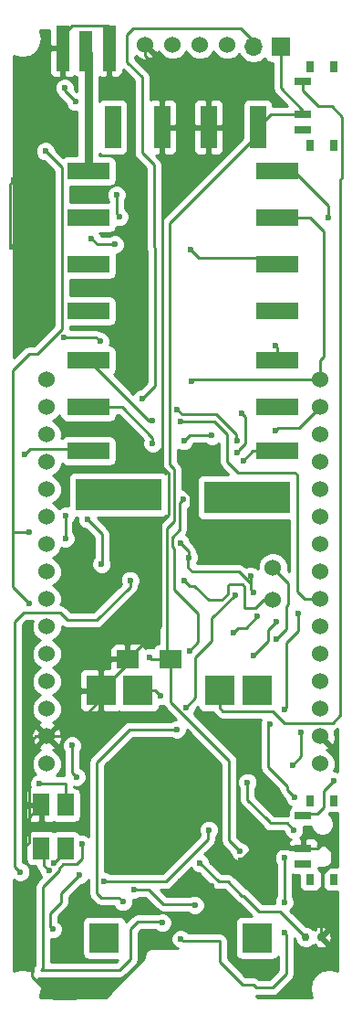
<source format=gbl>
G04 #@! TF.FileFunction,Copper,L2,Bot,Signal*
%FSLAX46Y46*%
G04 Gerber Fmt 4.6, Leading zero omitted, Abs format (unit mm)*
G04 Created by KiCad (PCBNEW 4.0.4-stable) date 08/15/17 20:15:11*
%MOMM*%
%LPD*%
G01*
G04 APERTURE LIST*
%ADD10C,0.100000*%
%ADD11R,1.270000X4.191000*%
%ADD12R,1.270000X3.683000*%
%ADD13R,1.600000X2.000000*%
%ADD14R,4.000000X1.524000*%
%ADD15R,1.524000X4.000000*%
%ADD16R,8.000000X3.000000*%
%ADD17C,1.524000*%
%ADD18C,0.760000*%
%ADD19R,2.000000X1.700000*%
%ADD20R,1.500000X0.700000*%
%ADD21R,0.800000X1.000000*%
%ADD22R,2.800000X2.800000*%
%ADD23R,1.700000X1.700000*%
%ADD24O,1.700000X1.700000*%
%ADD25C,0.600000*%
%ADD26C,0.250000*%
%ADD27C,0.800000*%
%ADD28C,0.254000*%
G04 APERTURE END LIST*
D10*
D11*
X125546300Y-66404500D03*
X121253700Y-66404500D03*
D12*
X123400000Y-66658500D03*
D13*
X121500000Y-140500000D03*
X121500000Y-136500000D03*
X119250000Y-140500000D03*
X119250000Y-136500000D03*
D14*
X141136000Y-103700000D03*
X141136000Y-99636000D03*
X141136000Y-95318000D03*
X141136000Y-77792000D03*
X141136000Y-90746000D03*
X141136000Y-86428000D03*
X141136000Y-82110000D03*
X123610000Y-103700000D03*
X123610000Y-99636000D03*
X123610000Y-95318000D03*
X123610000Y-90746000D03*
X123610000Y-86428000D03*
X123610000Y-82110000D03*
X123610000Y-77792000D03*
D15*
X139358000Y-73728000D03*
X134786000Y-73728000D03*
X130468000Y-73728000D03*
X125896000Y-73728000D03*
D16*
X138342000Y-108018000D03*
X126404000Y-107764000D03*
D17*
X128902000Y-66100000D03*
X131442000Y-66100000D03*
X133982000Y-66100000D03*
X136522000Y-66100000D03*
D18*
X143800000Y-148750000D03*
X145200000Y-148750000D03*
D19*
X127250000Y-123000000D03*
X131250000Y-123000000D03*
D17*
X140750000Y-117500000D03*
X140750000Y-114500000D03*
D20*
X143570000Y-137500000D03*
X143570000Y-140500000D03*
X143570000Y-142000000D03*
D21*
X146430000Y-136100000D03*
X146430000Y-143400000D03*
X144220000Y-143400000D03*
X144220000Y-136100000D03*
D20*
X143570000Y-69500000D03*
X143570000Y-72500000D03*
X143570000Y-74000000D03*
D21*
X146430000Y-68100000D03*
X146430000Y-75400000D03*
X144220000Y-75400000D03*
X144220000Y-68100000D03*
D17*
X119750000Y-97120000D03*
X119750000Y-99660000D03*
X119750000Y-102200000D03*
X119750000Y-104740000D03*
X119750000Y-107280000D03*
X119750000Y-109820000D03*
X119750000Y-112360000D03*
X119750000Y-114900000D03*
X119750000Y-117440000D03*
X119750000Y-119980000D03*
X119750000Y-122520000D03*
X119750000Y-125060000D03*
X119750000Y-127600000D03*
X119750000Y-130140000D03*
X119750000Y-132680000D03*
X145150000Y-97120000D03*
X145150000Y-99660000D03*
X145150000Y-102200000D03*
X145150000Y-104740000D03*
X145150000Y-107280000D03*
X145150000Y-109820000D03*
X145150000Y-112360000D03*
X145150000Y-114900000D03*
X145150000Y-117440000D03*
X145150000Y-119980000D03*
X145150000Y-122520000D03*
X145150000Y-125060000D03*
X145150000Y-127600000D03*
X145150000Y-130140000D03*
X145150000Y-132680000D03*
D22*
X128200000Y-125900000D03*
X135800000Y-125900000D03*
X124800000Y-125900000D03*
X139300000Y-125900000D03*
X125100000Y-148800000D03*
X139300000Y-148800000D03*
D23*
X141500000Y-66300000D03*
D24*
X138960000Y-66300000D03*
D25*
X129300000Y-104150000D03*
X132325000Y-104300000D03*
X139275000Y-112150000D03*
X116500000Y-84825000D03*
X116725000Y-78650000D03*
X122600000Y-154200000D03*
X117800000Y-150800000D03*
X137800000Y-141600000D03*
X135100000Y-144000000D03*
X132200000Y-143600000D03*
X146000000Y-139400000D03*
X117700000Y-140400000D03*
X121000000Y-147200000D03*
X123000000Y-145500000D03*
X122800000Y-143000000D03*
X120300000Y-148000000D03*
X134800000Y-138800000D03*
X125100000Y-143600000D03*
X142600000Y-132800000D03*
X143400000Y-129800000D03*
X141100000Y-121100000D03*
X137700000Y-140800000D03*
X129300000Y-122800000D03*
X120000000Y-142600000D03*
X132500000Y-115700000D03*
X127500000Y-115700000D03*
X117300000Y-142700000D03*
X120400000Y-141900000D03*
X134000000Y-141900000D03*
X117700000Y-104000000D03*
X119100000Y-134500000D03*
X137275000Y-117050000D03*
X132700000Y-127450000D03*
X131850000Y-129500000D03*
X126825000Y-145475000D03*
X127850000Y-144325000D03*
X133500000Y-145775000D03*
X140500000Y-129000000D03*
X142800000Y-135800000D03*
X132200000Y-148900000D03*
X141800000Y-127700000D03*
X143100000Y-118800000D03*
X138000000Y-104600000D03*
X141800000Y-141400000D03*
X141800000Y-145500000D03*
X141800000Y-148300000D03*
X145900000Y-82100000D03*
X146400000Y-134300000D03*
X133200000Y-97300000D03*
X135100000Y-102300000D03*
X132500000Y-102800000D03*
X129600000Y-103000000D03*
X129600000Y-100900000D03*
X132200000Y-101000000D03*
X137075000Y-120575000D03*
X139300000Y-119050000D03*
X138975000Y-116825000D03*
X132150000Y-112225000D03*
X132950000Y-113575000D03*
X138725000Y-115300000D03*
X140970000Y-101854000D03*
X130500000Y-147400000D03*
X123000000Y-140100000D03*
X137400000Y-103900000D03*
X137825000Y-100225000D03*
X140970000Y-93980000D03*
X133096000Y-85090000D03*
X121475000Y-111825000D03*
X121550000Y-109700000D03*
X126492000Y-82042000D03*
X126238000Y-80010000D03*
X122428000Y-71374000D03*
X121412000Y-70104000D03*
X118110000Y-111252000D03*
X118110000Y-117856000D03*
X119634000Y-75946000D03*
X126075000Y-84600000D03*
X123900000Y-84050000D03*
X137425000Y-102775000D03*
X131875000Y-99850000D03*
X121375000Y-93200000D03*
X124725000Y-93575000D03*
X123525000Y-110025000D03*
X124850000Y-114175000D03*
X141050000Y-119550000D03*
X138950000Y-122650000D03*
X128600000Y-98900000D03*
X132400000Y-108200000D03*
X133000000Y-122200000D03*
X130300000Y-126400000D03*
X138400000Y-134400000D03*
X142700000Y-138800000D03*
X122100000Y-131000000D03*
X122500000Y-133900000D03*
D26*
X129593000Y-105168000D02*
X130468000Y-105168000D01*
X129175000Y-104750000D02*
X129593000Y-105168000D01*
X129175000Y-104275000D02*
X129175000Y-104750000D01*
X129300000Y-104150000D02*
X129175000Y-104275000D01*
X132325000Y-107075000D02*
X132325000Y-104300000D01*
X133100000Y-107850000D02*
X132325000Y-107075000D01*
X133100000Y-110025000D02*
X133100000Y-107850000D01*
X134425000Y-111350000D02*
X133100000Y-110025000D01*
X138475000Y-111350000D02*
X134425000Y-111350000D01*
X139275000Y-112150000D02*
X138475000Y-111350000D01*
X116350000Y-84675000D02*
X116500000Y-84825000D01*
X116350000Y-79025000D02*
X116350000Y-84675000D01*
X116725000Y-78650000D02*
X116350000Y-79025000D01*
X122600000Y-154200000D02*
X122400000Y-154400000D01*
X122400000Y-154400000D02*
X120400000Y-154400000D01*
X120400000Y-154400000D02*
X118400000Y-152400000D01*
X118400000Y-152400000D02*
X118400000Y-151400000D01*
X118400000Y-151400000D02*
X117800000Y-150800000D01*
X138900000Y-140500000D02*
X143570000Y-140500000D01*
X137800000Y-141600000D02*
X138900000Y-140500000D01*
X134700000Y-144000000D02*
X135100000Y-144000000D01*
X134300000Y-143600000D02*
X134700000Y-144000000D01*
X132200000Y-143600000D02*
X134300000Y-143600000D01*
X145200000Y-148750000D02*
X145200000Y-144600000D01*
X146200000Y-140800000D02*
X145400000Y-140000000D01*
X146200000Y-142000000D02*
X146200000Y-140800000D01*
X145400000Y-142800000D02*
X146200000Y-142000000D01*
X145400000Y-144400000D02*
X145400000Y-142800000D01*
X145200000Y-144600000D02*
X145400000Y-144400000D01*
X143570000Y-140500000D02*
X144900000Y-140500000D01*
X144900000Y-140500000D02*
X145400000Y-140000000D01*
X145400000Y-140000000D02*
X146000000Y-139400000D01*
X130468000Y-73728000D02*
X130468000Y-105168000D01*
X130468000Y-105168000D02*
X131100000Y-105800000D01*
X131100000Y-105800000D02*
X131100000Y-109600000D01*
X131100000Y-109600000D02*
X130300000Y-110400000D01*
X130300000Y-110400000D02*
X130300000Y-119950000D01*
X130300000Y-119950000D02*
X127250000Y-123000000D01*
X124800000Y-125900000D02*
X124800000Y-126700000D01*
X124800000Y-126700000D02*
X121360000Y-130140000D01*
X121360000Y-130140000D02*
X119750000Y-130140000D01*
X127250000Y-123000000D02*
X127250000Y-123450000D01*
X127250000Y-123450000D02*
X124800000Y-125900000D01*
X118100000Y-137650000D02*
X118100000Y-130800000D01*
X118760000Y-130140000D02*
X119750000Y-130140000D01*
X118100000Y-130800000D02*
X118760000Y-130140000D01*
X118100000Y-137650000D02*
X119250000Y-136500000D01*
X118100000Y-140000000D02*
X118100000Y-137650000D01*
X117700000Y-140400000D02*
X118100000Y-140000000D01*
X121300000Y-147200000D02*
X121000000Y-147200000D01*
X123000000Y-145500000D02*
X121300000Y-147200000D01*
X121253700Y-66404500D02*
X121253700Y-65146300D01*
X121253700Y-65146300D02*
X122100000Y-64300000D01*
X122100000Y-64300000D02*
X125400000Y-64300000D01*
X125400000Y-64300000D02*
X125546300Y-64446300D01*
X125546300Y-64446300D02*
X125546300Y-66404500D01*
X130468000Y-68700000D02*
X132800000Y-68700000D01*
X134786000Y-70686000D02*
X134786000Y-73728000D01*
X132800000Y-68700000D02*
X134786000Y-70686000D01*
X128902000Y-66100000D02*
X128902000Y-67102000D01*
X130468000Y-68668000D02*
X130468000Y-68700000D01*
X130468000Y-68700000D02*
X130468000Y-73728000D01*
X128902000Y-67102000D02*
X130468000Y-68668000D01*
X122800000Y-143000000D02*
X121100000Y-144700000D01*
X121100000Y-144700000D02*
X121100000Y-145500000D01*
X121100000Y-145500000D02*
X120100000Y-146500000D01*
X120100000Y-146500000D02*
X120100000Y-147800000D01*
X120100000Y-147800000D02*
X120300000Y-148000000D01*
X134700000Y-138900000D02*
X134800000Y-138800000D01*
X134700000Y-139700000D02*
X134700000Y-138900000D01*
X132400000Y-142000000D02*
X134700000Y-139700000D01*
X130800000Y-143600000D02*
X132400000Y-142000000D01*
X125100000Y-143600000D02*
X130800000Y-143600000D01*
X142600000Y-132800000D02*
X143400000Y-132000000D01*
X143400000Y-132000000D02*
X143400000Y-129800000D01*
X141100000Y-121100000D02*
X142000000Y-120200000D01*
X142000000Y-120200000D02*
X142000000Y-118100000D01*
X142000000Y-118100000D02*
X142200000Y-117900000D01*
X142200000Y-117900000D02*
X142200000Y-115950000D01*
X142200000Y-115950000D02*
X140750000Y-114500000D01*
X143570000Y-72500000D02*
X143570000Y-72170000D01*
X143570000Y-72170000D02*
X141500000Y-70100000D01*
X141500000Y-70100000D02*
X141500000Y-66300000D01*
X131250000Y-126950000D02*
X131250000Y-123000000D01*
X136700000Y-132400000D02*
X131250000Y-126950000D01*
X136700000Y-139800000D02*
X136700000Y-132400000D01*
X137700000Y-140800000D02*
X136700000Y-139800000D01*
X139358000Y-73728000D02*
X139358000Y-74442000D01*
X139358000Y-74442000D02*
X132800000Y-81000000D01*
X130900000Y-110900000D02*
X130900000Y-122650000D01*
X131600000Y-110200000D02*
X130900000Y-110900000D01*
X131600000Y-105400000D02*
X131600000Y-110200000D01*
X131200000Y-105000000D02*
X131600000Y-105400000D01*
X131200000Y-82600000D02*
X131200000Y-105000000D01*
X132800000Y-81000000D02*
X131200000Y-82600000D01*
X130900000Y-122650000D02*
X131250000Y-123000000D01*
X131250000Y-123000000D02*
X129500000Y-123000000D01*
X129500000Y-123000000D02*
X129300000Y-122800000D01*
X119500000Y-142100000D02*
X119500000Y-140750000D01*
X120000000Y-142600000D02*
X119500000Y-142100000D01*
X119500000Y-140750000D02*
X119250000Y-140500000D01*
X143570000Y-72500000D02*
X140586000Y-72500000D01*
X140586000Y-72500000D02*
X139358000Y-73728000D01*
X138150000Y-118250000D02*
X139100000Y-118250000D01*
X133450000Y-116200000D02*
X134775000Y-117525000D01*
X134775000Y-117525000D02*
X135975000Y-117525000D01*
X135975000Y-117525000D02*
X136550000Y-116950000D01*
X136550000Y-116950000D02*
X136550000Y-116225000D01*
X136550000Y-116225000D02*
X136700000Y-116075000D01*
X136700000Y-116075000D02*
X137925000Y-116075000D01*
X137925000Y-116075000D02*
X138150000Y-116300000D01*
X138150000Y-116300000D02*
X138150000Y-118250000D01*
X132500000Y-115700000D02*
X133000000Y-116200000D01*
X127500000Y-116300000D02*
X127500000Y-115700000D01*
X124400000Y-119400000D02*
X127500000Y-116300000D01*
X121700000Y-119400000D02*
X124400000Y-119400000D01*
X121000000Y-118700000D02*
X121700000Y-119400000D01*
X117600000Y-118700000D02*
X121000000Y-118700000D01*
X116800000Y-119500000D02*
X117600000Y-118700000D01*
X116800000Y-142200000D02*
X116800000Y-119500000D01*
X117300000Y-142700000D02*
X116800000Y-142200000D01*
X133000000Y-116200000D02*
X133450000Y-116200000D01*
X139850000Y-117500000D02*
X140750000Y-117500000D01*
X139100000Y-118250000D02*
X139850000Y-117500000D01*
D27*
X123610000Y-77792000D02*
X123610000Y-66868500D01*
X123610000Y-66868500D02*
X123400000Y-66658500D01*
D26*
X121500000Y-140500000D02*
X121500000Y-140800000D01*
X121500000Y-140800000D02*
X120400000Y-141900000D01*
X141450000Y-146400000D02*
X143800000Y-148750000D01*
X139500000Y-146400000D02*
X141450000Y-146400000D01*
X138000000Y-144900000D02*
X139500000Y-146400000D01*
X137900000Y-144900000D02*
X138000000Y-144900000D01*
X136600000Y-143600000D02*
X137900000Y-144900000D01*
X135700000Y-143600000D02*
X136600000Y-143600000D01*
X134000000Y-141900000D02*
X135700000Y-143600000D01*
X121500000Y-136500000D02*
X121500000Y-134500000D01*
X118200000Y-103500000D02*
X123410000Y-103500000D01*
X117700000Y-104000000D02*
X118200000Y-103500000D01*
X121500000Y-134500000D02*
X119100000Y-134500000D01*
X123410000Y-103500000D02*
X123610000Y-103700000D01*
X135100000Y-119225000D02*
X137275000Y-117050000D01*
X135100000Y-121275000D02*
X135100000Y-119225000D01*
X133550000Y-122825000D02*
X135100000Y-121275000D01*
X133550000Y-126600000D02*
X133550000Y-122825000D01*
X132700000Y-127450000D02*
X133550000Y-126600000D01*
X127450000Y-129500000D02*
X131850000Y-129500000D01*
X124400000Y-132550000D02*
X127450000Y-129500000D01*
X124400000Y-144700000D02*
X124400000Y-132550000D01*
X124800000Y-145100000D02*
X124400000Y-144700000D01*
X126450000Y-145100000D02*
X124800000Y-145100000D01*
X126825000Y-145475000D02*
X126450000Y-145100000D01*
X129225000Y-144325000D02*
X127850000Y-144325000D01*
X130600000Y-145700000D02*
X129225000Y-144325000D01*
X133425000Y-145700000D02*
X130600000Y-145700000D01*
X133500000Y-145775000D02*
X133425000Y-145700000D01*
X140300000Y-129200000D02*
X140500000Y-129000000D01*
X140300000Y-133000000D02*
X140300000Y-129200000D01*
X142100000Y-134800000D02*
X140300000Y-133000000D01*
X142100000Y-135100000D02*
X142100000Y-134800000D01*
X142800000Y-135800000D02*
X142100000Y-135100000D01*
X135800000Y-149100000D02*
X135800000Y-151040000D01*
X132200000Y-148900000D02*
X132400000Y-149100000D01*
X132400000Y-149100000D02*
X135800000Y-149100000D01*
X141986000Y-151014000D02*
X142000000Y-151014000D01*
X141986000Y-152146000D02*
X141986000Y-151014000D01*
X140716000Y-153416000D02*
X141986000Y-152146000D01*
X139192000Y-153416000D02*
X140716000Y-153416000D01*
X138938000Y-153162000D02*
X139192000Y-153416000D01*
X137922000Y-153162000D02*
X138938000Y-153162000D01*
X135800000Y-151040000D02*
X137922000Y-153162000D01*
X138900000Y-103700000D02*
X141136000Y-103700000D01*
X141800000Y-127700000D02*
X142000000Y-127500000D01*
X142000000Y-127500000D02*
X142000000Y-121500000D01*
X142000000Y-121500000D02*
X143100000Y-120400000D01*
X143100000Y-120400000D02*
X143100000Y-118800000D01*
X138000000Y-104600000D02*
X138900000Y-103700000D01*
X141800000Y-145500000D02*
X141800000Y-141400000D01*
X142000000Y-148500000D02*
X141800000Y-148300000D01*
X142000000Y-151000000D02*
X142000000Y-151014000D01*
X142000000Y-151014000D02*
X142000000Y-148500000D01*
X141136000Y-77792000D02*
X142692000Y-77792000D01*
X142692000Y-77792000D02*
X145900000Y-81000000D01*
X145900000Y-81000000D02*
X145900000Y-82100000D01*
X146400000Y-134300000D02*
X145500000Y-135200000D01*
X145500000Y-135200000D02*
X145500000Y-136700000D01*
X145500000Y-136700000D02*
X144900000Y-137300000D01*
X144900000Y-137300000D02*
X143770000Y-137300000D01*
X143770000Y-137300000D02*
X143570000Y-137500000D01*
X145150000Y-97120000D02*
X145150000Y-95350000D01*
X144210000Y-82110000D02*
X141136000Y-82110000D01*
X145500000Y-83400000D02*
X144210000Y-82110000D01*
X145500000Y-95000000D02*
X145500000Y-83400000D01*
X145150000Y-95350000D02*
X145500000Y-95000000D01*
X133380000Y-97120000D02*
X145150000Y-97120000D01*
X133200000Y-97300000D02*
X133380000Y-97120000D01*
X123610000Y-99636000D02*
X126736000Y-99636000D01*
X133000000Y-102300000D02*
X135100000Y-102300000D01*
X132500000Y-102800000D02*
X133000000Y-102300000D01*
X129600000Y-102500000D02*
X129600000Y-103000000D01*
X126736000Y-99636000D02*
X129600000Y-102500000D01*
X123610000Y-95318000D02*
X123618000Y-95318000D01*
X123618000Y-95318000D02*
X129200000Y-100900000D01*
X129200000Y-100900000D02*
X129600000Y-100900000D01*
X132200000Y-101000000D02*
X135300000Y-101000000D01*
X135300000Y-101000000D02*
X136500000Y-102200000D01*
X136500000Y-102200000D02*
X136500000Y-104700000D01*
X136500000Y-104700000D02*
X137500000Y-105700000D01*
X137500000Y-105700000D02*
X142800000Y-105700000D01*
X142800000Y-105700000D02*
X143000000Y-105900000D01*
X143000000Y-105900000D02*
X143000000Y-116700000D01*
X143000000Y-116700000D02*
X143740000Y-117440000D01*
X143740000Y-117440000D02*
X145150000Y-117440000D01*
X137075000Y-120575000D02*
X137550000Y-120100000D01*
X137550000Y-120100000D02*
X138250000Y-120100000D01*
X138250000Y-120100000D02*
X139300000Y-119050000D01*
X138975000Y-116825000D02*
X138725000Y-116575000D01*
X138725000Y-116000000D02*
X138725000Y-116575000D01*
X138725000Y-116000000D02*
X138700000Y-116000000D01*
X132850000Y-113675000D02*
X132950000Y-113575000D01*
X132850000Y-114500000D02*
X132850000Y-113675000D01*
X133250000Y-114900000D02*
X132850000Y-114500000D01*
X137600000Y-114900000D02*
X133250000Y-114900000D01*
X138700000Y-116000000D02*
X137600000Y-114900000D01*
X132150000Y-112225000D02*
X132950000Y-113025000D01*
X132950000Y-113025000D02*
X132950000Y-113575000D01*
X138725000Y-116000000D02*
X138725000Y-115300000D01*
X143210000Y-101600000D02*
X145150000Y-99660000D01*
X141224000Y-101600000D02*
X143210000Y-101600000D01*
X140970000Y-101854000D02*
X141224000Y-101600000D01*
X143570000Y-69500000D02*
X143570000Y-70370000D01*
X135800000Y-127500000D02*
X135800000Y-125900000D01*
X136100000Y-127800000D02*
X135800000Y-127500000D01*
X140700000Y-127800000D02*
X136100000Y-127800000D01*
X141800000Y-128900000D02*
X140700000Y-127800000D01*
X146300000Y-128900000D02*
X141800000Y-128900000D01*
X147000000Y-128200000D02*
X146300000Y-128900000D01*
X147000000Y-78600000D02*
X147000000Y-128200000D01*
X147200000Y-78400000D02*
X147000000Y-78600000D01*
X147200000Y-72800000D02*
X147200000Y-78400000D01*
X146200000Y-71800000D02*
X147200000Y-72800000D01*
X145000000Y-71800000D02*
X146200000Y-71800000D01*
X143570000Y-70370000D02*
X145000000Y-71800000D01*
X130500000Y-147400000D02*
X130400000Y-147300000D01*
X130400000Y-147300000D02*
X128200000Y-147300000D01*
X128200000Y-147300000D02*
X127500000Y-148000000D01*
X127500000Y-148000000D02*
X127500000Y-150800000D01*
X127500000Y-150800000D02*
X126500000Y-151800000D01*
X126500000Y-151800000D02*
X119200000Y-151800000D01*
X119200000Y-151800000D02*
X119400000Y-151600000D01*
X119400000Y-151600000D02*
X119400000Y-144100000D01*
X119400000Y-144100000D02*
X120900000Y-142600000D01*
X120900000Y-142600000D02*
X120900000Y-142400000D01*
X120900000Y-142400000D02*
X121300000Y-142000000D01*
X121300000Y-142000000D02*
X122500000Y-142000000D01*
X122500000Y-142000000D02*
X123000000Y-141500000D01*
X123000000Y-141500000D02*
X123000000Y-140100000D01*
X137575000Y-103725000D02*
X137400000Y-103900000D01*
X137575000Y-103650000D02*
X137575000Y-103725000D01*
X138175000Y-103050000D02*
X137575000Y-103650000D01*
X138175000Y-100575000D02*
X138175000Y-103050000D01*
X137825000Y-100225000D02*
X138175000Y-100575000D01*
X141136000Y-94146000D02*
X141136000Y-95318000D01*
X140970000Y-93980000D02*
X141136000Y-94146000D01*
X133858000Y-85852000D02*
X140560000Y-85852000D01*
X133096000Y-85090000D02*
X133858000Y-85852000D01*
X140560000Y-85852000D02*
X141136000Y-86428000D01*
X121475000Y-109775000D02*
X121475000Y-111825000D01*
X121550000Y-109700000D02*
X121475000Y-109775000D01*
X126492000Y-82042000D02*
X126238000Y-81788000D01*
X126238000Y-81788000D02*
X126238000Y-80010000D01*
X122428000Y-71374000D02*
X121412000Y-70358000D01*
X121412000Y-70358000D02*
X121412000Y-70104000D01*
X118110000Y-111252000D02*
X116586000Y-111252000D01*
X116586000Y-116332000D02*
X118110000Y-117856000D01*
X116586000Y-96266000D02*
X116586000Y-111252000D01*
X116586000Y-111252000D02*
X116586000Y-116332000D01*
X118110000Y-94742000D02*
X116586000Y-96266000D01*
X118872000Y-94742000D02*
X118110000Y-94742000D01*
X121158000Y-92456000D02*
X118872000Y-94742000D01*
X121158000Y-77470000D02*
X121158000Y-92456000D01*
X119634000Y-75946000D02*
X121158000Y-77470000D01*
X124450000Y-84600000D02*
X126075000Y-84600000D01*
X123900000Y-84050000D02*
X124450000Y-84600000D01*
X137425000Y-102775000D02*
X137375000Y-102725000D01*
X137375000Y-102725000D02*
X137375000Y-102150000D01*
X137375000Y-102150000D02*
X135525000Y-100300000D01*
X135525000Y-100300000D02*
X132325000Y-100300000D01*
X132325000Y-100300000D02*
X131875000Y-99850000D01*
X124350000Y-93200000D02*
X121375000Y-93200000D01*
X124725000Y-93575000D02*
X124350000Y-93200000D01*
X124900000Y-111400000D02*
X123525000Y-110025000D01*
X124900000Y-114125000D02*
X124900000Y-111400000D01*
X124850000Y-114175000D02*
X124900000Y-114125000D01*
X140275000Y-120325000D02*
X141050000Y-119550000D01*
X140275000Y-121325000D02*
X140275000Y-120325000D01*
X138950000Y-122650000D02*
X140275000Y-121325000D01*
X128200000Y-125900000D02*
X129800000Y-125900000D01*
X137800000Y-64600000D02*
X138960000Y-65760000D01*
X133800000Y-64600000D02*
X137800000Y-64600000D01*
X127800000Y-64600000D02*
X133800000Y-64600000D01*
X127200000Y-65200000D02*
X127800000Y-64600000D01*
X127200000Y-67700000D02*
X127200000Y-65200000D01*
X128600000Y-69100000D02*
X127200000Y-67700000D01*
X128600000Y-76100000D02*
X128600000Y-69100000D01*
X129700000Y-77200000D02*
X128600000Y-76100000D01*
X129700000Y-84800000D02*
X129700000Y-77200000D01*
X129800000Y-84900000D02*
X129700000Y-84800000D01*
X129800000Y-97700000D02*
X129800000Y-84900000D01*
X128600000Y-98900000D02*
X129800000Y-97700000D01*
X132100000Y-108500000D02*
X132400000Y-108200000D01*
X132100000Y-111000000D02*
X132100000Y-108500000D01*
X131400000Y-111700000D02*
X132100000Y-111000000D01*
X131400000Y-112600000D02*
X131400000Y-111700000D01*
X131600000Y-112800000D02*
X131400000Y-112600000D01*
X131600000Y-116600000D02*
X131600000Y-112800000D01*
X133800000Y-118800000D02*
X131600000Y-116600000D01*
X133800000Y-121400000D02*
X133800000Y-118800000D01*
X133000000Y-122200000D02*
X133800000Y-121400000D01*
X129800000Y-125900000D02*
X130300000Y-126400000D01*
X138960000Y-65760000D02*
X138960000Y-66300000D01*
X140500000Y-138200000D02*
X140500000Y-138100000D01*
X138400000Y-136000000D02*
X138400000Y-134400000D01*
X140200000Y-137800000D02*
X138400000Y-136000000D01*
X142100000Y-138200000D02*
X140500000Y-138200000D01*
X142700000Y-138800000D02*
X142100000Y-138200000D01*
X140500000Y-138100000D02*
X140200000Y-137800000D01*
X122100000Y-133500000D02*
X122100000Y-131000000D01*
X122500000Y-133900000D02*
X122100000Y-133500000D01*
D28*
G36*
X133206883Y-142428943D02*
X133469673Y-142692192D01*
X133813201Y-142834838D01*
X133860077Y-142834879D01*
X135162599Y-144137401D01*
X135409161Y-144302148D01*
X135700000Y-144360000D01*
X136285198Y-144360000D01*
X137362599Y-145437401D01*
X137609161Y-145602148D01*
X137631861Y-145606663D01*
X138777758Y-146752560D01*
X137900000Y-146752560D01*
X137664683Y-146796838D01*
X137448559Y-146935910D01*
X137303569Y-147148110D01*
X137252560Y-147400000D01*
X137252560Y-150200000D01*
X137296838Y-150435317D01*
X137435910Y-150651441D01*
X137648110Y-150796431D01*
X137900000Y-150847440D01*
X140700000Y-150847440D01*
X140935317Y-150803162D01*
X141151441Y-150664090D01*
X141240000Y-150534480D01*
X141240000Y-150943618D01*
X141226000Y-151014000D01*
X141226000Y-151831198D01*
X140401198Y-152656000D01*
X139506802Y-152656000D01*
X139475401Y-152624599D01*
X139228839Y-152459852D01*
X138938000Y-152402000D01*
X138236802Y-152402000D01*
X136560000Y-150725198D01*
X136560000Y-149100000D01*
X136502148Y-148809161D01*
X136337401Y-148562599D01*
X136090839Y-148397852D01*
X135800000Y-148340000D01*
X132962114Y-148340000D01*
X132730327Y-148107808D01*
X132386799Y-147965162D01*
X132014833Y-147964838D01*
X131671057Y-148106883D01*
X131407808Y-148369673D01*
X131265162Y-148713201D01*
X131264838Y-149085167D01*
X131406883Y-149428943D01*
X131669673Y-149692192D01*
X131905220Y-149790000D01*
X129500000Y-149790000D01*
X129228295Y-149844046D01*
X128997954Y-149997954D01*
X128844046Y-150228295D01*
X128790000Y-150500000D01*
X128790000Y-150705908D01*
X125205908Y-154290000D01*
X119128452Y-154290000D01*
X119188883Y-154199558D01*
X119328034Y-153500000D01*
X119188883Y-152800442D01*
X119001895Y-152520594D01*
X119200000Y-152560000D01*
X126500000Y-152560000D01*
X126790839Y-152502148D01*
X127037401Y-152337401D01*
X128037401Y-151337401D01*
X128202148Y-151090839D01*
X128260000Y-150800000D01*
X128260000Y-148314802D01*
X128514803Y-148060000D01*
X129837711Y-148060000D01*
X129969673Y-148192192D01*
X130313201Y-148334838D01*
X130685167Y-148335162D01*
X131028943Y-148193117D01*
X131292192Y-147930327D01*
X131434838Y-147586799D01*
X131435162Y-147214833D01*
X131293117Y-146871057D01*
X131030327Y-146607808D01*
X130686799Y-146465162D01*
X130314833Y-146464838D01*
X130132927Y-146540000D01*
X128200000Y-146540000D01*
X127909161Y-146597852D01*
X127894261Y-146607808D01*
X127662598Y-146762599D01*
X127128081Y-147297117D01*
X127103162Y-147164683D01*
X126964090Y-146948559D01*
X126751890Y-146803569D01*
X126500000Y-146752560D01*
X123700000Y-146752560D01*
X123464683Y-146796838D01*
X123248559Y-146935910D01*
X123103569Y-147148110D01*
X123052560Y-147400000D01*
X123052560Y-150200000D01*
X123096838Y-150435317D01*
X123235910Y-150651441D01*
X123448110Y-150796431D01*
X123700000Y-150847440D01*
X126377758Y-150847440D01*
X126185198Y-151040000D01*
X120160000Y-151040000D01*
X120160000Y-148934879D01*
X120485167Y-148935162D01*
X120828943Y-148793117D01*
X121092192Y-148530327D01*
X121234838Y-148186799D01*
X121235162Y-147814833D01*
X121093117Y-147471057D01*
X120860000Y-147237533D01*
X120860000Y-146814802D01*
X121637401Y-146037401D01*
X121802148Y-145790839D01*
X121860000Y-145500000D01*
X121860000Y-145014802D01*
X122939680Y-143935122D01*
X122985167Y-143935162D01*
X123328943Y-143793117D01*
X123592192Y-143530327D01*
X123640000Y-143415193D01*
X123640000Y-144700000D01*
X123697852Y-144990839D01*
X123862599Y-145237401D01*
X124262599Y-145637401D01*
X124509160Y-145802148D01*
X124557414Y-145811746D01*
X124800000Y-145860000D01*
X125972407Y-145860000D01*
X126031883Y-146003943D01*
X126294673Y-146267192D01*
X126638201Y-146409838D01*
X127010167Y-146410162D01*
X127353943Y-146268117D01*
X127617192Y-146005327D01*
X127759838Y-145661799D01*
X127760162Y-145289833D01*
X127747799Y-145259912D01*
X128035167Y-145260162D01*
X128378943Y-145118117D01*
X128412118Y-145085000D01*
X128910198Y-145085000D01*
X130062599Y-146237401D01*
X130309161Y-146402148D01*
X130600000Y-146460000D01*
X132862668Y-146460000D01*
X132969673Y-146567192D01*
X133313201Y-146709838D01*
X133685167Y-146710162D01*
X134028943Y-146568117D01*
X134292192Y-146305327D01*
X134434838Y-145961799D01*
X134435162Y-145589833D01*
X134293117Y-145246057D01*
X134030327Y-144982808D01*
X133686799Y-144840162D01*
X133314833Y-144839838D01*
X133072422Y-144940000D01*
X130914802Y-144940000D01*
X130334802Y-144360000D01*
X130800000Y-144360000D01*
X131090839Y-144302148D01*
X131337401Y-144137401D01*
X133159803Y-142314999D01*
X133206883Y-142428943D01*
X133206883Y-142428943D01*
G37*
X133206883Y-142428943D02*
X133469673Y-142692192D01*
X133813201Y-142834838D01*
X133860077Y-142834879D01*
X135162599Y-144137401D01*
X135409161Y-144302148D01*
X135700000Y-144360000D01*
X136285198Y-144360000D01*
X137362599Y-145437401D01*
X137609161Y-145602148D01*
X137631861Y-145606663D01*
X138777758Y-146752560D01*
X137900000Y-146752560D01*
X137664683Y-146796838D01*
X137448559Y-146935910D01*
X137303569Y-147148110D01*
X137252560Y-147400000D01*
X137252560Y-150200000D01*
X137296838Y-150435317D01*
X137435910Y-150651441D01*
X137648110Y-150796431D01*
X137900000Y-150847440D01*
X140700000Y-150847440D01*
X140935317Y-150803162D01*
X141151441Y-150664090D01*
X141240000Y-150534480D01*
X141240000Y-150943618D01*
X141226000Y-151014000D01*
X141226000Y-151831198D01*
X140401198Y-152656000D01*
X139506802Y-152656000D01*
X139475401Y-152624599D01*
X139228839Y-152459852D01*
X138938000Y-152402000D01*
X138236802Y-152402000D01*
X136560000Y-150725198D01*
X136560000Y-149100000D01*
X136502148Y-148809161D01*
X136337401Y-148562599D01*
X136090839Y-148397852D01*
X135800000Y-148340000D01*
X132962114Y-148340000D01*
X132730327Y-148107808D01*
X132386799Y-147965162D01*
X132014833Y-147964838D01*
X131671057Y-148106883D01*
X131407808Y-148369673D01*
X131265162Y-148713201D01*
X131264838Y-149085167D01*
X131406883Y-149428943D01*
X131669673Y-149692192D01*
X131905220Y-149790000D01*
X129500000Y-149790000D01*
X129228295Y-149844046D01*
X128997954Y-149997954D01*
X128844046Y-150228295D01*
X128790000Y-150500000D01*
X128790000Y-150705908D01*
X125205908Y-154290000D01*
X119128452Y-154290000D01*
X119188883Y-154199558D01*
X119328034Y-153500000D01*
X119188883Y-152800442D01*
X119001895Y-152520594D01*
X119200000Y-152560000D01*
X126500000Y-152560000D01*
X126790839Y-152502148D01*
X127037401Y-152337401D01*
X128037401Y-151337401D01*
X128202148Y-151090839D01*
X128260000Y-150800000D01*
X128260000Y-148314802D01*
X128514803Y-148060000D01*
X129837711Y-148060000D01*
X129969673Y-148192192D01*
X130313201Y-148334838D01*
X130685167Y-148335162D01*
X131028943Y-148193117D01*
X131292192Y-147930327D01*
X131434838Y-147586799D01*
X131435162Y-147214833D01*
X131293117Y-146871057D01*
X131030327Y-146607808D01*
X130686799Y-146465162D01*
X130314833Y-146464838D01*
X130132927Y-146540000D01*
X128200000Y-146540000D01*
X127909161Y-146597852D01*
X127894261Y-146607808D01*
X127662598Y-146762599D01*
X127128081Y-147297117D01*
X127103162Y-147164683D01*
X126964090Y-146948559D01*
X126751890Y-146803569D01*
X126500000Y-146752560D01*
X123700000Y-146752560D01*
X123464683Y-146796838D01*
X123248559Y-146935910D01*
X123103569Y-147148110D01*
X123052560Y-147400000D01*
X123052560Y-150200000D01*
X123096838Y-150435317D01*
X123235910Y-150651441D01*
X123448110Y-150796431D01*
X123700000Y-150847440D01*
X126377758Y-150847440D01*
X126185198Y-151040000D01*
X120160000Y-151040000D01*
X120160000Y-148934879D01*
X120485167Y-148935162D01*
X120828943Y-148793117D01*
X121092192Y-148530327D01*
X121234838Y-148186799D01*
X121235162Y-147814833D01*
X121093117Y-147471057D01*
X120860000Y-147237533D01*
X120860000Y-146814802D01*
X121637401Y-146037401D01*
X121802148Y-145790839D01*
X121860000Y-145500000D01*
X121860000Y-145014802D01*
X122939680Y-143935122D01*
X122985167Y-143935162D01*
X123328943Y-143793117D01*
X123592192Y-143530327D01*
X123640000Y-143415193D01*
X123640000Y-144700000D01*
X123697852Y-144990839D01*
X123862599Y-145237401D01*
X124262599Y-145637401D01*
X124509160Y-145802148D01*
X124557414Y-145811746D01*
X124800000Y-145860000D01*
X125972407Y-145860000D01*
X126031883Y-146003943D01*
X126294673Y-146267192D01*
X126638201Y-146409838D01*
X127010167Y-146410162D01*
X127353943Y-146268117D01*
X127617192Y-146005327D01*
X127759838Y-145661799D01*
X127760162Y-145289833D01*
X127747799Y-145259912D01*
X128035167Y-145260162D01*
X128378943Y-145118117D01*
X128412118Y-145085000D01*
X128910198Y-145085000D01*
X130062599Y-146237401D01*
X130309161Y-146402148D01*
X130600000Y-146460000D01*
X132862668Y-146460000D01*
X132969673Y-146567192D01*
X133313201Y-146709838D01*
X133685167Y-146710162D01*
X134028943Y-146568117D01*
X134292192Y-146305327D01*
X134434838Y-145961799D01*
X134435162Y-145589833D01*
X134293117Y-145246057D01*
X134030327Y-144982808D01*
X133686799Y-144840162D01*
X133314833Y-144839838D01*
X133072422Y-144940000D01*
X130914802Y-144940000D01*
X130334802Y-144360000D01*
X130800000Y-144360000D01*
X131090839Y-144302148D01*
X131337401Y-144137401D01*
X133159803Y-142314999D01*
X133206883Y-142428943D01*
G36*
X133796838Y-127535317D02*
X133935910Y-127751441D01*
X134148110Y-127896431D01*
X134400000Y-127947440D01*
X135202489Y-127947440D01*
X135262599Y-128037401D01*
X135562599Y-128337401D01*
X135809161Y-128502148D01*
X136100000Y-128560000D01*
X139670301Y-128560000D01*
X139565162Y-128813201D01*
X139564934Y-129074648D01*
X139540000Y-129200000D01*
X139540000Y-133000000D01*
X139597852Y-133290839D01*
X139762599Y-133537401D01*
X141343675Y-135118477D01*
X141397852Y-135390839D01*
X141562599Y-135637401D01*
X141864878Y-135939680D01*
X141864838Y-135985167D01*
X142006883Y-136328943D01*
X142269673Y-136592192D01*
X142418295Y-136653906D01*
X142368559Y-136685910D01*
X142223569Y-136898110D01*
X142172560Y-137150000D01*
X142172560Y-137454433D01*
X142100000Y-137440000D01*
X140914802Y-137440000D01*
X139160000Y-135685198D01*
X139160000Y-134962463D01*
X139192192Y-134930327D01*
X139334838Y-134586799D01*
X139335162Y-134214833D01*
X139193117Y-133871057D01*
X138930327Y-133607808D01*
X138586799Y-133465162D01*
X138214833Y-133464838D01*
X137871057Y-133606883D01*
X137607808Y-133869673D01*
X137465162Y-134213201D01*
X137464838Y-134585167D01*
X137606883Y-134928943D01*
X137640000Y-134962118D01*
X137640000Y-136000000D01*
X137697852Y-136290839D01*
X137862599Y-136537401D01*
X139793337Y-138468139D01*
X139797852Y-138490839D01*
X139962599Y-138737401D01*
X140209161Y-138902148D01*
X140500000Y-138960000D01*
X141764860Y-138960000D01*
X141764838Y-138985167D01*
X141906883Y-139328943D01*
X142169673Y-139592192D01*
X142388795Y-139683180D01*
X142281673Y-139790302D01*
X142185000Y-140023691D01*
X142185000Y-140214250D01*
X142343750Y-140373000D01*
X143443000Y-140373000D01*
X143443000Y-139673750D01*
X143295713Y-139526463D01*
X143492192Y-139330327D01*
X143634838Y-138986799D01*
X143635162Y-138614833D01*
X143586656Y-138497440D01*
X144258268Y-138497440D01*
X144409646Y-138863800D01*
X144714595Y-139169282D01*
X145113233Y-139334811D01*
X145544873Y-139335188D01*
X145943800Y-139170354D01*
X146249282Y-138865405D01*
X146414811Y-138466767D01*
X146415188Y-138035127D01*
X146250354Y-137636200D01*
X145945405Y-137330718D01*
X145944472Y-137330330D01*
X146027806Y-137246996D01*
X146030000Y-137247440D01*
X146790000Y-137247440D01*
X146790000Y-142252560D01*
X146030000Y-142252560D01*
X145794683Y-142296838D01*
X145578559Y-142435910D01*
X145433569Y-142648110D01*
X145382560Y-142900000D01*
X145382560Y-143900000D01*
X145426838Y-144135317D01*
X145565910Y-144351441D01*
X145778110Y-144496431D01*
X146030000Y-144547440D01*
X146790000Y-144547440D01*
X146790000Y-151871548D01*
X146699558Y-151811117D01*
X146000000Y-151671966D01*
X145300442Y-151811117D01*
X144707385Y-152207385D01*
X144311117Y-152800442D01*
X144171966Y-153500000D01*
X144311117Y-154199558D01*
X144371548Y-154290000D01*
X139294092Y-154290000D01*
X139177135Y-154173043D01*
X139192000Y-154176000D01*
X140716000Y-154176000D01*
X141006839Y-154118148D01*
X141253401Y-153953401D01*
X142523401Y-152683401D01*
X142688148Y-152436840D01*
X142746000Y-152146000D01*
X142746000Y-151084382D01*
X142760000Y-151014000D01*
X142760000Y-148784802D01*
X142784947Y-148809749D01*
X142784824Y-148951010D01*
X142939023Y-149324200D01*
X143224298Y-149609973D01*
X143597218Y-149764823D01*
X144001010Y-149765176D01*
X144374200Y-149610977D01*
X144487672Y-149497702D01*
X144559789Y-149569819D01*
X144676824Y-149452784D01*
X144699052Y-149655560D01*
X145083728Y-149778333D01*
X145486104Y-149744551D01*
X145700948Y-149655560D01*
X145723176Y-149452781D01*
X145200000Y-148929605D01*
X145185858Y-148943748D01*
X145006253Y-148764143D01*
X145020395Y-148750000D01*
X145379605Y-148750000D01*
X145902781Y-149273176D01*
X146105560Y-149250948D01*
X146228333Y-148866272D01*
X146194551Y-148463896D01*
X146105560Y-148249052D01*
X145902781Y-148226824D01*
X145379605Y-148750000D01*
X145020395Y-148750000D01*
X145006253Y-148735858D01*
X145185858Y-148556253D01*
X145200000Y-148570395D01*
X145723176Y-148047219D01*
X145700948Y-147844440D01*
X145316272Y-147721667D01*
X144913896Y-147755449D01*
X144699052Y-147844440D01*
X144676824Y-148047216D01*
X144559789Y-147930181D01*
X144487725Y-148002245D01*
X144375702Y-147890027D01*
X144002782Y-147735177D01*
X143859854Y-147735052D01*
X142373470Y-146248668D01*
X142592192Y-146030327D01*
X142734838Y-145686799D01*
X142735162Y-145314833D01*
X142593117Y-144971057D01*
X142560000Y-144937882D01*
X142560000Y-142940890D01*
X142568110Y-142946431D01*
X142820000Y-142997440D01*
X143172560Y-142997440D01*
X143172560Y-143900000D01*
X143216838Y-144135317D01*
X143355910Y-144351441D01*
X143568110Y-144496431D01*
X143820000Y-144547440D01*
X144620000Y-144547440D01*
X144855317Y-144503162D01*
X145071441Y-144364090D01*
X145216431Y-144151890D01*
X145267440Y-143900000D01*
X145267440Y-142900000D01*
X145223162Y-142664683D01*
X145084090Y-142448559D01*
X144964086Y-142366564D01*
X144967440Y-142350000D01*
X144967440Y-142274272D01*
X145113233Y-142334811D01*
X145544873Y-142335188D01*
X145943800Y-142170354D01*
X146249282Y-141865405D01*
X146414811Y-141466767D01*
X146415188Y-141035127D01*
X146250354Y-140636200D01*
X145945405Y-140330718D01*
X145546767Y-140165189D01*
X145115127Y-140164812D01*
X144926498Y-140242752D01*
X144955000Y-140214250D01*
X144955000Y-140023691D01*
X144858327Y-139790302D01*
X144679699Y-139611673D01*
X144446310Y-139515000D01*
X143855750Y-139515000D01*
X143697000Y-139673750D01*
X143697000Y-140373000D01*
X143717000Y-140373000D01*
X143717000Y-140627000D01*
X143697000Y-140627000D01*
X143697000Y-140647000D01*
X143443000Y-140647000D01*
X143443000Y-140627000D01*
X142349486Y-140627000D01*
X142330327Y-140607808D01*
X141986799Y-140465162D01*
X141614833Y-140464838D01*
X141271057Y-140606883D01*
X141007808Y-140869673D01*
X140865162Y-141213201D01*
X140864838Y-141585167D01*
X141006883Y-141928943D01*
X141040000Y-141962118D01*
X141040000Y-144937537D01*
X141007808Y-144969673D01*
X140865162Y-145313201D01*
X140864877Y-145640000D01*
X139814802Y-145640000D01*
X138537401Y-144362599D01*
X138290839Y-144197852D01*
X138268139Y-144193337D01*
X137137401Y-143062599D01*
X136890839Y-142897852D01*
X136600000Y-142840000D01*
X136014802Y-142840000D01*
X134935122Y-141760320D01*
X134935162Y-141714833D01*
X134793117Y-141371057D01*
X134530327Y-141107808D01*
X134414917Y-141059885D01*
X135237401Y-140237401D01*
X135402148Y-139990840D01*
X135460000Y-139700000D01*
X135460000Y-139462289D01*
X135592192Y-139330327D01*
X135734838Y-138986799D01*
X135735162Y-138614833D01*
X135593117Y-138271057D01*
X135330327Y-138007808D01*
X134986799Y-137865162D01*
X134614833Y-137864838D01*
X134271057Y-138006883D01*
X134007808Y-138269673D01*
X133865162Y-138613201D01*
X133864838Y-138985167D01*
X133940000Y-139167073D01*
X133940000Y-139385198D01*
X130485198Y-142840000D01*
X125662463Y-142840000D01*
X125630327Y-142807808D01*
X125286799Y-142665162D01*
X125160000Y-142665052D01*
X125160000Y-132864802D01*
X127764802Y-130260000D01*
X131287537Y-130260000D01*
X131319673Y-130292192D01*
X131663201Y-130434838D01*
X132035167Y-130435162D01*
X132378943Y-130293117D01*
X132642192Y-130030327D01*
X132784838Y-129686799D01*
X132784949Y-129559751D01*
X135940000Y-132714802D01*
X135940000Y-139800000D01*
X135997852Y-140090839D01*
X136162599Y-140337401D01*
X136764878Y-140939680D01*
X136764838Y-140985167D01*
X136906883Y-141328943D01*
X137169673Y-141592192D01*
X137513201Y-141734838D01*
X137885167Y-141735162D01*
X138228943Y-141593117D01*
X138492192Y-141330327D01*
X138634838Y-140986799D01*
X138635162Y-140614833D01*
X138493117Y-140271057D01*
X138230327Y-140007808D01*
X137886799Y-139865162D01*
X137839923Y-139865121D01*
X137460000Y-139485198D01*
X137460000Y-132400000D01*
X137402148Y-132109161D01*
X137237401Y-131862599D01*
X133423601Y-128048799D01*
X133492192Y-127980327D01*
X133634838Y-127636799D01*
X133634879Y-127589923D01*
X133779837Y-127444965D01*
X133796838Y-127535317D01*
X133796838Y-127535317D01*
G37*
X133796838Y-127535317D02*
X133935910Y-127751441D01*
X134148110Y-127896431D01*
X134400000Y-127947440D01*
X135202489Y-127947440D01*
X135262599Y-128037401D01*
X135562599Y-128337401D01*
X135809161Y-128502148D01*
X136100000Y-128560000D01*
X139670301Y-128560000D01*
X139565162Y-128813201D01*
X139564934Y-129074648D01*
X139540000Y-129200000D01*
X139540000Y-133000000D01*
X139597852Y-133290839D01*
X139762599Y-133537401D01*
X141343675Y-135118477D01*
X141397852Y-135390839D01*
X141562599Y-135637401D01*
X141864878Y-135939680D01*
X141864838Y-135985167D01*
X142006883Y-136328943D01*
X142269673Y-136592192D01*
X142418295Y-136653906D01*
X142368559Y-136685910D01*
X142223569Y-136898110D01*
X142172560Y-137150000D01*
X142172560Y-137454433D01*
X142100000Y-137440000D01*
X140914802Y-137440000D01*
X139160000Y-135685198D01*
X139160000Y-134962463D01*
X139192192Y-134930327D01*
X139334838Y-134586799D01*
X139335162Y-134214833D01*
X139193117Y-133871057D01*
X138930327Y-133607808D01*
X138586799Y-133465162D01*
X138214833Y-133464838D01*
X137871057Y-133606883D01*
X137607808Y-133869673D01*
X137465162Y-134213201D01*
X137464838Y-134585167D01*
X137606883Y-134928943D01*
X137640000Y-134962118D01*
X137640000Y-136000000D01*
X137697852Y-136290839D01*
X137862599Y-136537401D01*
X139793337Y-138468139D01*
X139797852Y-138490839D01*
X139962599Y-138737401D01*
X140209161Y-138902148D01*
X140500000Y-138960000D01*
X141764860Y-138960000D01*
X141764838Y-138985167D01*
X141906883Y-139328943D01*
X142169673Y-139592192D01*
X142388795Y-139683180D01*
X142281673Y-139790302D01*
X142185000Y-140023691D01*
X142185000Y-140214250D01*
X142343750Y-140373000D01*
X143443000Y-140373000D01*
X143443000Y-139673750D01*
X143295713Y-139526463D01*
X143492192Y-139330327D01*
X143634838Y-138986799D01*
X143635162Y-138614833D01*
X143586656Y-138497440D01*
X144258268Y-138497440D01*
X144409646Y-138863800D01*
X144714595Y-139169282D01*
X145113233Y-139334811D01*
X145544873Y-139335188D01*
X145943800Y-139170354D01*
X146249282Y-138865405D01*
X146414811Y-138466767D01*
X146415188Y-138035127D01*
X146250354Y-137636200D01*
X145945405Y-137330718D01*
X145944472Y-137330330D01*
X146027806Y-137246996D01*
X146030000Y-137247440D01*
X146790000Y-137247440D01*
X146790000Y-142252560D01*
X146030000Y-142252560D01*
X145794683Y-142296838D01*
X145578559Y-142435910D01*
X145433569Y-142648110D01*
X145382560Y-142900000D01*
X145382560Y-143900000D01*
X145426838Y-144135317D01*
X145565910Y-144351441D01*
X145778110Y-144496431D01*
X146030000Y-144547440D01*
X146790000Y-144547440D01*
X146790000Y-151871548D01*
X146699558Y-151811117D01*
X146000000Y-151671966D01*
X145300442Y-151811117D01*
X144707385Y-152207385D01*
X144311117Y-152800442D01*
X144171966Y-153500000D01*
X144311117Y-154199558D01*
X144371548Y-154290000D01*
X139294092Y-154290000D01*
X139177135Y-154173043D01*
X139192000Y-154176000D01*
X140716000Y-154176000D01*
X141006839Y-154118148D01*
X141253401Y-153953401D01*
X142523401Y-152683401D01*
X142688148Y-152436840D01*
X142746000Y-152146000D01*
X142746000Y-151084382D01*
X142760000Y-151014000D01*
X142760000Y-148784802D01*
X142784947Y-148809749D01*
X142784824Y-148951010D01*
X142939023Y-149324200D01*
X143224298Y-149609973D01*
X143597218Y-149764823D01*
X144001010Y-149765176D01*
X144374200Y-149610977D01*
X144487672Y-149497702D01*
X144559789Y-149569819D01*
X144676824Y-149452784D01*
X144699052Y-149655560D01*
X145083728Y-149778333D01*
X145486104Y-149744551D01*
X145700948Y-149655560D01*
X145723176Y-149452781D01*
X145200000Y-148929605D01*
X145185858Y-148943748D01*
X145006253Y-148764143D01*
X145020395Y-148750000D01*
X145379605Y-148750000D01*
X145902781Y-149273176D01*
X146105560Y-149250948D01*
X146228333Y-148866272D01*
X146194551Y-148463896D01*
X146105560Y-148249052D01*
X145902781Y-148226824D01*
X145379605Y-148750000D01*
X145020395Y-148750000D01*
X145006253Y-148735858D01*
X145185858Y-148556253D01*
X145200000Y-148570395D01*
X145723176Y-148047219D01*
X145700948Y-147844440D01*
X145316272Y-147721667D01*
X144913896Y-147755449D01*
X144699052Y-147844440D01*
X144676824Y-148047216D01*
X144559789Y-147930181D01*
X144487725Y-148002245D01*
X144375702Y-147890027D01*
X144002782Y-147735177D01*
X143859854Y-147735052D01*
X142373470Y-146248668D01*
X142592192Y-146030327D01*
X142734838Y-145686799D01*
X142735162Y-145314833D01*
X142593117Y-144971057D01*
X142560000Y-144937882D01*
X142560000Y-142940890D01*
X142568110Y-142946431D01*
X142820000Y-142997440D01*
X143172560Y-142997440D01*
X143172560Y-143900000D01*
X143216838Y-144135317D01*
X143355910Y-144351441D01*
X143568110Y-144496431D01*
X143820000Y-144547440D01*
X144620000Y-144547440D01*
X144855317Y-144503162D01*
X145071441Y-144364090D01*
X145216431Y-144151890D01*
X145267440Y-143900000D01*
X145267440Y-142900000D01*
X145223162Y-142664683D01*
X145084090Y-142448559D01*
X144964086Y-142366564D01*
X144967440Y-142350000D01*
X144967440Y-142274272D01*
X145113233Y-142334811D01*
X145544873Y-142335188D01*
X145943800Y-142170354D01*
X146249282Y-141865405D01*
X146414811Y-141466767D01*
X146415188Y-141035127D01*
X146250354Y-140636200D01*
X145945405Y-140330718D01*
X145546767Y-140165189D01*
X145115127Y-140164812D01*
X144926498Y-140242752D01*
X144955000Y-140214250D01*
X144955000Y-140023691D01*
X144858327Y-139790302D01*
X144679699Y-139611673D01*
X144446310Y-139515000D01*
X143855750Y-139515000D01*
X143697000Y-139673750D01*
X143697000Y-140373000D01*
X143717000Y-140373000D01*
X143717000Y-140627000D01*
X143697000Y-140627000D01*
X143697000Y-140647000D01*
X143443000Y-140647000D01*
X143443000Y-140627000D01*
X142349486Y-140627000D01*
X142330327Y-140607808D01*
X141986799Y-140465162D01*
X141614833Y-140464838D01*
X141271057Y-140606883D01*
X141007808Y-140869673D01*
X140865162Y-141213201D01*
X140864838Y-141585167D01*
X141006883Y-141928943D01*
X141040000Y-141962118D01*
X141040000Y-144937537D01*
X141007808Y-144969673D01*
X140865162Y-145313201D01*
X140864877Y-145640000D01*
X139814802Y-145640000D01*
X138537401Y-144362599D01*
X138290839Y-144197852D01*
X138268139Y-144193337D01*
X137137401Y-143062599D01*
X136890839Y-142897852D01*
X136600000Y-142840000D01*
X136014802Y-142840000D01*
X134935122Y-141760320D01*
X134935162Y-141714833D01*
X134793117Y-141371057D01*
X134530327Y-141107808D01*
X134414917Y-141059885D01*
X135237401Y-140237401D01*
X135402148Y-139990840D01*
X135460000Y-139700000D01*
X135460000Y-139462289D01*
X135592192Y-139330327D01*
X135734838Y-138986799D01*
X135735162Y-138614833D01*
X135593117Y-138271057D01*
X135330327Y-138007808D01*
X134986799Y-137865162D01*
X134614833Y-137864838D01*
X134271057Y-138006883D01*
X134007808Y-138269673D01*
X133865162Y-138613201D01*
X133864838Y-138985167D01*
X133940000Y-139167073D01*
X133940000Y-139385198D01*
X130485198Y-142840000D01*
X125662463Y-142840000D01*
X125630327Y-142807808D01*
X125286799Y-142665162D01*
X125160000Y-142665052D01*
X125160000Y-132864802D01*
X127764802Y-130260000D01*
X131287537Y-130260000D01*
X131319673Y-130292192D01*
X131663201Y-130434838D01*
X132035167Y-130435162D01*
X132378943Y-130293117D01*
X132642192Y-130030327D01*
X132784838Y-129686799D01*
X132784949Y-129559751D01*
X135940000Y-132714802D01*
X135940000Y-139800000D01*
X135997852Y-140090839D01*
X136162599Y-140337401D01*
X136764878Y-140939680D01*
X136764838Y-140985167D01*
X136906883Y-141328943D01*
X137169673Y-141592192D01*
X137513201Y-141734838D01*
X137885167Y-141735162D01*
X138228943Y-141593117D01*
X138492192Y-141330327D01*
X138634838Y-140986799D01*
X138635162Y-140614833D01*
X138493117Y-140271057D01*
X138230327Y-140007808D01*
X137886799Y-139865162D01*
X137839923Y-139865121D01*
X137460000Y-139485198D01*
X137460000Y-132400000D01*
X137402148Y-132109161D01*
X137237401Y-131862599D01*
X133423601Y-128048799D01*
X133492192Y-127980327D01*
X133634838Y-127636799D01*
X133634879Y-127589923D01*
X133779837Y-127444965D01*
X133796838Y-127535317D01*
G36*
X130840000Y-109885197D02*
X130362599Y-110362599D01*
X130197852Y-110609161D01*
X130140000Y-110900000D01*
X130140000Y-121523258D01*
X130014683Y-121546838D01*
X129798559Y-121685910D01*
X129653569Y-121898110D01*
X129646788Y-121931596D01*
X129486799Y-121865162D01*
X129114833Y-121864838D01*
X128862404Y-121969139D01*
X128788327Y-121790301D01*
X128609698Y-121611673D01*
X128376309Y-121515000D01*
X127535750Y-121515000D01*
X127377000Y-121673750D01*
X127377000Y-122873000D01*
X127397000Y-122873000D01*
X127397000Y-123127000D01*
X127377000Y-123127000D01*
X127377000Y-123147000D01*
X127123000Y-123147000D01*
X127123000Y-123127000D01*
X125773750Y-123127000D01*
X125615000Y-123285750D01*
X125615000Y-123865000D01*
X125085750Y-123865000D01*
X124927000Y-124023750D01*
X124927000Y-125773000D01*
X124947000Y-125773000D01*
X124947000Y-126027000D01*
X124927000Y-126027000D01*
X124927000Y-127776250D01*
X125085750Y-127935000D01*
X126326310Y-127935000D01*
X126499541Y-127863245D01*
X126548110Y-127896431D01*
X126800000Y-127947440D01*
X129600000Y-127947440D01*
X129835317Y-127903162D01*
X130051441Y-127764090D01*
X130196431Y-127551890D01*
X130240363Y-127334949D01*
X130485167Y-127335162D01*
X130583679Y-127294458D01*
X130712599Y-127487401D01*
X131790145Y-128564947D01*
X131664833Y-128564838D01*
X131321057Y-128706883D01*
X131287882Y-128740000D01*
X127450000Y-128740000D01*
X127159160Y-128797852D01*
X126912599Y-128962599D01*
X123862599Y-132012599D01*
X123697852Y-132259161D01*
X123640000Y-132550000D01*
X123640000Y-139417673D01*
X123530327Y-139307808D01*
X123186799Y-139165162D01*
X122838927Y-139164859D01*
X122764090Y-139048559D01*
X122551890Y-138903569D01*
X122300000Y-138852560D01*
X120700000Y-138852560D01*
X120464683Y-138896838D01*
X120375772Y-138954051D01*
X120301890Y-138903569D01*
X120050000Y-138852560D01*
X118450000Y-138852560D01*
X118214683Y-138896838D01*
X117998559Y-139035910D01*
X117853569Y-139248110D01*
X117802560Y-139500000D01*
X117802560Y-141500000D01*
X117846838Y-141735317D01*
X117985910Y-141951441D01*
X118198110Y-142096431D01*
X118450000Y-142147440D01*
X118749436Y-142147440D01*
X118797852Y-142390839D01*
X118962599Y-142637401D01*
X119064878Y-142739680D01*
X119064838Y-142785167D01*
X119206883Y-143128943D01*
X119251530Y-143173668D01*
X118862599Y-143562599D01*
X118697852Y-143809161D01*
X118640000Y-144100000D01*
X118640000Y-151296421D01*
X118497852Y-151509161D01*
X118440000Y-151800000D01*
X118479406Y-151998105D01*
X118199558Y-151811117D01*
X117500000Y-151671966D01*
X116800442Y-151811117D01*
X116710000Y-151871548D01*
X116710000Y-143432415D01*
X116769673Y-143492192D01*
X117113201Y-143634838D01*
X117485167Y-143635162D01*
X117828943Y-143493117D01*
X118092192Y-143230327D01*
X118234838Y-142886799D01*
X118235162Y-142514833D01*
X118093117Y-142171057D01*
X117830327Y-141907808D01*
X117560000Y-141795558D01*
X117560000Y-136785750D01*
X117815000Y-136785750D01*
X117815000Y-137626309D01*
X117911673Y-137859698D01*
X118090301Y-138038327D01*
X118323690Y-138135000D01*
X118964250Y-138135000D01*
X119123000Y-137976250D01*
X119123000Y-136627000D01*
X117973750Y-136627000D01*
X117815000Y-136785750D01*
X117560000Y-136785750D01*
X117560000Y-135373691D01*
X117815000Y-135373691D01*
X117815000Y-136214250D01*
X117973750Y-136373000D01*
X119123000Y-136373000D01*
X119123000Y-136353000D01*
X119377000Y-136353000D01*
X119377000Y-136373000D01*
X119397000Y-136373000D01*
X119397000Y-136627000D01*
X119377000Y-136627000D01*
X119377000Y-137976250D01*
X119535750Y-138135000D01*
X120176310Y-138135000D01*
X120380670Y-138050351D01*
X120448110Y-138096431D01*
X120700000Y-138147440D01*
X122300000Y-138147440D01*
X122535317Y-138103162D01*
X122751441Y-137964090D01*
X122896431Y-137751890D01*
X122947440Y-137500000D01*
X122947440Y-135500000D01*
X122903162Y-135264683D01*
X122764090Y-135048559D01*
X122551890Y-134903569D01*
X122300000Y-134852560D01*
X122260000Y-134852560D01*
X122260000Y-134812747D01*
X122313201Y-134834838D01*
X122685167Y-134835162D01*
X123028943Y-134693117D01*
X123292192Y-134430327D01*
X123434838Y-134086799D01*
X123435162Y-133714833D01*
X123293117Y-133371057D01*
X123030327Y-133107808D01*
X122860000Y-133037082D01*
X122860000Y-131562463D01*
X122892192Y-131530327D01*
X123034838Y-131186799D01*
X123035162Y-130814833D01*
X122893117Y-130471057D01*
X122630327Y-130207808D01*
X122286799Y-130065162D01*
X121914833Y-130064838D01*
X121571057Y-130206883D01*
X121307808Y-130469673D01*
X121165162Y-130813201D01*
X121164838Y-131185167D01*
X121306883Y-131528943D01*
X121340000Y-131562118D01*
X121340000Y-133500000D01*
X121387739Y-133740000D01*
X120665531Y-133740000D01*
X120933629Y-133472370D01*
X121146757Y-132959100D01*
X121147242Y-132403339D01*
X120935010Y-131889697D01*
X120542370Y-131496371D01*
X120350273Y-131416605D01*
X120481143Y-131362397D01*
X120550608Y-131120213D01*
X119750000Y-130319605D01*
X118949392Y-131120213D01*
X119018857Y-131362397D01*
X119159318Y-131412509D01*
X118959697Y-131494990D01*
X118566371Y-131887630D01*
X118353243Y-132400900D01*
X118352758Y-132956661D01*
X118564990Y-133470303D01*
X118733963Y-133639572D01*
X118571057Y-133706883D01*
X118307808Y-133969673D01*
X118165162Y-134313201D01*
X118164838Y-134685167D01*
X118251499Y-134894903D01*
X118090301Y-134961673D01*
X117911673Y-135140302D01*
X117815000Y-135373691D01*
X117560000Y-135373691D01*
X117560000Y-129932302D01*
X118340856Y-129932302D01*
X118368638Y-130487368D01*
X118527603Y-130871143D01*
X118769787Y-130940608D01*
X119570395Y-130140000D01*
X119929605Y-130140000D01*
X120730213Y-130940608D01*
X120972397Y-130871143D01*
X121159144Y-130347698D01*
X121131362Y-129792632D01*
X120972397Y-129408857D01*
X120730213Y-129339392D01*
X119929605Y-130140000D01*
X119570395Y-130140000D01*
X118769787Y-129339392D01*
X118527603Y-129408857D01*
X118340856Y-129932302D01*
X117560000Y-129932302D01*
X117560000Y-119814802D01*
X117914802Y-119460000D01*
X118453273Y-119460000D01*
X118353243Y-119700900D01*
X118352758Y-120256661D01*
X118564990Y-120770303D01*
X118957630Y-121163629D01*
X119165512Y-121249949D01*
X118959697Y-121334990D01*
X118566371Y-121727630D01*
X118353243Y-122240900D01*
X118352758Y-122796661D01*
X118564990Y-123310303D01*
X118957630Y-123703629D01*
X119165512Y-123789949D01*
X118959697Y-123874990D01*
X118566371Y-124267630D01*
X118353243Y-124780900D01*
X118352758Y-125336661D01*
X118564990Y-125850303D01*
X118957630Y-126243629D01*
X119165512Y-126329949D01*
X118959697Y-126414990D01*
X118566371Y-126807630D01*
X118353243Y-127320900D01*
X118352758Y-127876661D01*
X118564990Y-128390303D01*
X118957630Y-128783629D01*
X119149727Y-128863395D01*
X119018857Y-128917603D01*
X118949392Y-129159787D01*
X119750000Y-129960395D01*
X120550608Y-129159787D01*
X120481143Y-128917603D01*
X120340682Y-128867491D01*
X120540303Y-128785010D01*
X120933629Y-128392370D01*
X121146757Y-127879100D01*
X121147242Y-127323339D01*
X120935010Y-126809697D01*
X120542370Y-126416371D01*
X120334488Y-126330051D01*
X120540303Y-126245010D01*
X120599666Y-126185750D01*
X122765000Y-126185750D01*
X122765000Y-127426309D01*
X122861673Y-127659698D01*
X123040301Y-127838327D01*
X123273690Y-127935000D01*
X124514250Y-127935000D01*
X124673000Y-127776250D01*
X124673000Y-126027000D01*
X122923750Y-126027000D01*
X122765000Y-126185750D01*
X120599666Y-126185750D01*
X120933629Y-125852370D01*
X121146757Y-125339100D01*
X121147242Y-124783339D01*
X120977980Y-124373691D01*
X122765000Y-124373691D01*
X122765000Y-125614250D01*
X122923750Y-125773000D01*
X124673000Y-125773000D01*
X124673000Y-124023750D01*
X124514250Y-123865000D01*
X123273690Y-123865000D01*
X123040301Y-123961673D01*
X122861673Y-124140302D01*
X122765000Y-124373691D01*
X120977980Y-124373691D01*
X120935010Y-124269697D01*
X120542370Y-123876371D01*
X120334488Y-123790051D01*
X120540303Y-123705010D01*
X120933629Y-123312370D01*
X121146757Y-122799100D01*
X121147242Y-122243339D01*
X121056486Y-122023690D01*
X125615000Y-122023690D01*
X125615000Y-122714250D01*
X125773750Y-122873000D01*
X127123000Y-122873000D01*
X127123000Y-121673750D01*
X126964250Y-121515000D01*
X126123691Y-121515000D01*
X125890302Y-121611673D01*
X125711673Y-121790301D01*
X125615000Y-122023690D01*
X121056486Y-122023690D01*
X120935010Y-121729697D01*
X120542370Y-121336371D01*
X120334488Y-121250051D01*
X120540303Y-121165010D01*
X120933629Y-120772370D01*
X121146757Y-120259100D01*
X121147051Y-119921854D01*
X121162598Y-119937401D01*
X121307411Y-120034161D01*
X121409161Y-120102148D01*
X121700000Y-120160000D01*
X124400000Y-120160000D01*
X124690839Y-120102148D01*
X124937401Y-119937401D01*
X128037401Y-116837401D01*
X128202148Y-116590839D01*
X128260000Y-116300000D01*
X128260000Y-116262463D01*
X128292192Y-116230327D01*
X128434838Y-115886799D01*
X128435162Y-115514833D01*
X128293117Y-115171057D01*
X128030327Y-114907808D01*
X127686799Y-114765162D01*
X127314833Y-114764838D01*
X126971057Y-114906883D01*
X126707808Y-115169673D01*
X126565162Y-115513201D01*
X126564838Y-115885167D01*
X126645299Y-116079899D01*
X124085198Y-118640000D01*
X122014803Y-118640000D01*
X121537401Y-118162599D01*
X121290839Y-117997852D01*
X121050833Y-117950111D01*
X121146757Y-117719100D01*
X121147242Y-117163339D01*
X120935010Y-116649697D01*
X120542370Y-116256371D01*
X120334488Y-116170051D01*
X120540303Y-116085010D01*
X120933629Y-115692370D01*
X121146757Y-115179100D01*
X121147242Y-114623339D01*
X120935010Y-114109697D01*
X120542370Y-113716371D01*
X120334488Y-113630051D01*
X120540303Y-113545010D01*
X120933629Y-113152370D01*
X121124797Y-112691986D01*
X121288201Y-112759838D01*
X121660167Y-112760162D01*
X122003943Y-112618117D01*
X122267192Y-112355327D01*
X122409838Y-112011799D01*
X122410162Y-111639833D01*
X122268117Y-111296057D01*
X122235000Y-111262882D01*
X122235000Y-110337332D01*
X122342192Y-110230327D01*
X122474606Y-109911440D01*
X122590098Y-109911440D01*
X122589838Y-110210167D01*
X122731883Y-110553943D01*
X122994673Y-110817192D01*
X123338201Y-110959838D01*
X123385077Y-110959879D01*
X124140000Y-111714802D01*
X124140000Y-113562624D01*
X124057808Y-113644673D01*
X123915162Y-113988201D01*
X123914838Y-114360167D01*
X124056883Y-114703943D01*
X124319673Y-114967192D01*
X124663201Y-115109838D01*
X125035167Y-115110162D01*
X125378943Y-114968117D01*
X125642192Y-114705327D01*
X125784838Y-114361799D01*
X125785162Y-113989833D01*
X125660000Y-113686917D01*
X125660000Y-111400000D01*
X125602148Y-111109161D01*
X125437401Y-110862599D01*
X124486242Y-109911440D01*
X130404000Y-109911440D01*
X130639317Y-109867162D01*
X130840000Y-109738026D01*
X130840000Y-109885197D01*
X130840000Y-109885197D01*
G37*
X130840000Y-109885197D02*
X130362599Y-110362599D01*
X130197852Y-110609161D01*
X130140000Y-110900000D01*
X130140000Y-121523258D01*
X130014683Y-121546838D01*
X129798559Y-121685910D01*
X129653569Y-121898110D01*
X129646788Y-121931596D01*
X129486799Y-121865162D01*
X129114833Y-121864838D01*
X128862404Y-121969139D01*
X128788327Y-121790301D01*
X128609698Y-121611673D01*
X128376309Y-121515000D01*
X127535750Y-121515000D01*
X127377000Y-121673750D01*
X127377000Y-122873000D01*
X127397000Y-122873000D01*
X127397000Y-123127000D01*
X127377000Y-123127000D01*
X127377000Y-123147000D01*
X127123000Y-123147000D01*
X127123000Y-123127000D01*
X125773750Y-123127000D01*
X125615000Y-123285750D01*
X125615000Y-123865000D01*
X125085750Y-123865000D01*
X124927000Y-124023750D01*
X124927000Y-125773000D01*
X124947000Y-125773000D01*
X124947000Y-126027000D01*
X124927000Y-126027000D01*
X124927000Y-127776250D01*
X125085750Y-127935000D01*
X126326310Y-127935000D01*
X126499541Y-127863245D01*
X126548110Y-127896431D01*
X126800000Y-127947440D01*
X129600000Y-127947440D01*
X129835317Y-127903162D01*
X130051441Y-127764090D01*
X130196431Y-127551890D01*
X130240363Y-127334949D01*
X130485167Y-127335162D01*
X130583679Y-127294458D01*
X130712599Y-127487401D01*
X131790145Y-128564947D01*
X131664833Y-128564838D01*
X131321057Y-128706883D01*
X131287882Y-128740000D01*
X127450000Y-128740000D01*
X127159160Y-128797852D01*
X126912599Y-128962599D01*
X123862599Y-132012599D01*
X123697852Y-132259161D01*
X123640000Y-132550000D01*
X123640000Y-139417673D01*
X123530327Y-139307808D01*
X123186799Y-139165162D01*
X122838927Y-139164859D01*
X122764090Y-139048559D01*
X122551890Y-138903569D01*
X122300000Y-138852560D01*
X120700000Y-138852560D01*
X120464683Y-138896838D01*
X120375772Y-138954051D01*
X120301890Y-138903569D01*
X120050000Y-138852560D01*
X118450000Y-138852560D01*
X118214683Y-138896838D01*
X117998559Y-139035910D01*
X117853569Y-139248110D01*
X117802560Y-139500000D01*
X117802560Y-141500000D01*
X117846838Y-141735317D01*
X117985910Y-141951441D01*
X118198110Y-142096431D01*
X118450000Y-142147440D01*
X118749436Y-142147440D01*
X118797852Y-142390839D01*
X118962599Y-142637401D01*
X119064878Y-142739680D01*
X119064838Y-142785167D01*
X119206883Y-143128943D01*
X119251530Y-143173668D01*
X118862599Y-143562599D01*
X118697852Y-143809161D01*
X118640000Y-144100000D01*
X118640000Y-151296421D01*
X118497852Y-151509161D01*
X118440000Y-151800000D01*
X118479406Y-151998105D01*
X118199558Y-151811117D01*
X117500000Y-151671966D01*
X116800442Y-151811117D01*
X116710000Y-151871548D01*
X116710000Y-143432415D01*
X116769673Y-143492192D01*
X117113201Y-143634838D01*
X117485167Y-143635162D01*
X117828943Y-143493117D01*
X118092192Y-143230327D01*
X118234838Y-142886799D01*
X118235162Y-142514833D01*
X118093117Y-142171057D01*
X117830327Y-141907808D01*
X117560000Y-141795558D01*
X117560000Y-136785750D01*
X117815000Y-136785750D01*
X117815000Y-137626309D01*
X117911673Y-137859698D01*
X118090301Y-138038327D01*
X118323690Y-138135000D01*
X118964250Y-138135000D01*
X119123000Y-137976250D01*
X119123000Y-136627000D01*
X117973750Y-136627000D01*
X117815000Y-136785750D01*
X117560000Y-136785750D01*
X117560000Y-135373691D01*
X117815000Y-135373691D01*
X117815000Y-136214250D01*
X117973750Y-136373000D01*
X119123000Y-136373000D01*
X119123000Y-136353000D01*
X119377000Y-136353000D01*
X119377000Y-136373000D01*
X119397000Y-136373000D01*
X119397000Y-136627000D01*
X119377000Y-136627000D01*
X119377000Y-137976250D01*
X119535750Y-138135000D01*
X120176310Y-138135000D01*
X120380670Y-138050351D01*
X120448110Y-138096431D01*
X120700000Y-138147440D01*
X122300000Y-138147440D01*
X122535317Y-138103162D01*
X122751441Y-137964090D01*
X122896431Y-137751890D01*
X122947440Y-137500000D01*
X122947440Y-135500000D01*
X122903162Y-135264683D01*
X122764090Y-135048559D01*
X122551890Y-134903569D01*
X122300000Y-134852560D01*
X122260000Y-134852560D01*
X122260000Y-134812747D01*
X122313201Y-134834838D01*
X122685167Y-134835162D01*
X123028943Y-134693117D01*
X123292192Y-134430327D01*
X123434838Y-134086799D01*
X123435162Y-133714833D01*
X123293117Y-133371057D01*
X123030327Y-133107808D01*
X122860000Y-133037082D01*
X122860000Y-131562463D01*
X122892192Y-131530327D01*
X123034838Y-131186799D01*
X123035162Y-130814833D01*
X122893117Y-130471057D01*
X122630327Y-130207808D01*
X122286799Y-130065162D01*
X121914833Y-130064838D01*
X121571057Y-130206883D01*
X121307808Y-130469673D01*
X121165162Y-130813201D01*
X121164838Y-131185167D01*
X121306883Y-131528943D01*
X121340000Y-131562118D01*
X121340000Y-133500000D01*
X121387739Y-133740000D01*
X120665531Y-133740000D01*
X120933629Y-133472370D01*
X121146757Y-132959100D01*
X121147242Y-132403339D01*
X120935010Y-131889697D01*
X120542370Y-131496371D01*
X120350273Y-131416605D01*
X120481143Y-131362397D01*
X120550608Y-131120213D01*
X119750000Y-130319605D01*
X118949392Y-131120213D01*
X119018857Y-131362397D01*
X119159318Y-131412509D01*
X118959697Y-131494990D01*
X118566371Y-131887630D01*
X118353243Y-132400900D01*
X118352758Y-132956661D01*
X118564990Y-133470303D01*
X118733963Y-133639572D01*
X118571057Y-133706883D01*
X118307808Y-133969673D01*
X118165162Y-134313201D01*
X118164838Y-134685167D01*
X118251499Y-134894903D01*
X118090301Y-134961673D01*
X117911673Y-135140302D01*
X117815000Y-135373691D01*
X117560000Y-135373691D01*
X117560000Y-129932302D01*
X118340856Y-129932302D01*
X118368638Y-130487368D01*
X118527603Y-130871143D01*
X118769787Y-130940608D01*
X119570395Y-130140000D01*
X119929605Y-130140000D01*
X120730213Y-130940608D01*
X120972397Y-130871143D01*
X121159144Y-130347698D01*
X121131362Y-129792632D01*
X120972397Y-129408857D01*
X120730213Y-129339392D01*
X119929605Y-130140000D01*
X119570395Y-130140000D01*
X118769787Y-129339392D01*
X118527603Y-129408857D01*
X118340856Y-129932302D01*
X117560000Y-129932302D01*
X117560000Y-119814802D01*
X117914802Y-119460000D01*
X118453273Y-119460000D01*
X118353243Y-119700900D01*
X118352758Y-120256661D01*
X118564990Y-120770303D01*
X118957630Y-121163629D01*
X119165512Y-121249949D01*
X118959697Y-121334990D01*
X118566371Y-121727630D01*
X118353243Y-122240900D01*
X118352758Y-122796661D01*
X118564990Y-123310303D01*
X118957630Y-123703629D01*
X119165512Y-123789949D01*
X118959697Y-123874990D01*
X118566371Y-124267630D01*
X118353243Y-124780900D01*
X118352758Y-125336661D01*
X118564990Y-125850303D01*
X118957630Y-126243629D01*
X119165512Y-126329949D01*
X118959697Y-126414990D01*
X118566371Y-126807630D01*
X118353243Y-127320900D01*
X118352758Y-127876661D01*
X118564990Y-128390303D01*
X118957630Y-128783629D01*
X119149727Y-128863395D01*
X119018857Y-128917603D01*
X118949392Y-129159787D01*
X119750000Y-129960395D01*
X120550608Y-129159787D01*
X120481143Y-128917603D01*
X120340682Y-128867491D01*
X120540303Y-128785010D01*
X120933629Y-128392370D01*
X121146757Y-127879100D01*
X121147242Y-127323339D01*
X120935010Y-126809697D01*
X120542370Y-126416371D01*
X120334488Y-126330051D01*
X120540303Y-126245010D01*
X120599666Y-126185750D01*
X122765000Y-126185750D01*
X122765000Y-127426309D01*
X122861673Y-127659698D01*
X123040301Y-127838327D01*
X123273690Y-127935000D01*
X124514250Y-127935000D01*
X124673000Y-127776250D01*
X124673000Y-126027000D01*
X122923750Y-126027000D01*
X122765000Y-126185750D01*
X120599666Y-126185750D01*
X120933629Y-125852370D01*
X121146757Y-125339100D01*
X121147242Y-124783339D01*
X120977980Y-124373691D01*
X122765000Y-124373691D01*
X122765000Y-125614250D01*
X122923750Y-125773000D01*
X124673000Y-125773000D01*
X124673000Y-124023750D01*
X124514250Y-123865000D01*
X123273690Y-123865000D01*
X123040301Y-123961673D01*
X122861673Y-124140302D01*
X122765000Y-124373691D01*
X120977980Y-124373691D01*
X120935010Y-124269697D01*
X120542370Y-123876371D01*
X120334488Y-123790051D01*
X120540303Y-123705010D01*
X120933629Y-123312370D01*
X121146757Y-122799100D01*
X121147242Y-122243339D01*
X121056486Y-122023690D01*
X125615000Y-122023690D01*
X125615000Y-122714250D01*
X125773750Y-122873000D01*
X127123000Y-122873000D01*
X127123000Y-121673750D01*
X126964250Y-121515000D01*
X126123691Y-121515000D01*
X125890302Y-121611673D01*
X125711673Y-121790301D01*
X125615000Y-122023690D01*
X121056486Y-122023690D01*
X120935010Y-121729697D01*
X120542370Y-121336371D01*
X120334488Y-121250051D01*
X120540303Y-121165010D01*
X120933629Y-120772370D01*
X121146757Y-120259100D01*
X121147051Y-119921854D01*
X121162598Y-119937401D01*
X121307411Y-120034161D01*
X121409161Y-120102148D01*
X121700000Y-120160000D01*
X124400000Y-120160000D01*
X124690839Y-120102148D01*
X124937401Y-119937401D01*
X128037401Y-116837401D01*
X128202148Y-116590839D01*
X128260000Y-116300000D01*
X128260000Y-116262463D01*
X128292192Y-116230327D01*
X128434838Y-115886799D01*
X128435162Y-115514833D01*
X128293117Y-115171057D01*
X128030327Y-114907808D01*
X127686799Y-114765162D01*
X127314833Y-114764838D01*
X126971057Y-114906883D01*
X126707808Y-115169673D01*
X126565162Y-115513201D01*
X126564838Y-115885167D01*
X126645299Y-116079899D01*
X124085198Y-118640000D01*
X122014803Y-118640000D01*
X121537401Y-118162599D01*
X121290839Y-117997852D01*
X121050833Y-117950111D01*
X121146757Y-117719100D01*
X121147242Y-117163339D01*
X120935010Y-116649697D01*
X120542370Y-116256371D01*
X120334488Y-116170051D01*
X120540303Y-116085010D01*
X120933629Y-115692370D01*
X121146757Y-115179100D01*
X121147242Y-114623339D01*
X120935010Y-114109697D01*
X120542370Y-113716371D01*
X120334488Y-113630051D01*
X120540303Y-113545010D01*
X120933629Y-113152370D01*
X121124797Y-112691986D01*
X121288201Y-112759838D01*
X121660167Y-112760162D01*
X122003943Y-112618117D01*
X122267192Y-112355327D01*
X122409838Y-112011799D01*
X122410162Y-111639833D01*
X122268117Y-111296057D01*
X122235000Y-111262882D01*
X122235000Y-110337332D01*
X122342192Y-110230327D01*
X122474606Y-109911440D01*
X122590098Y-109911440D01*
X122589838Y-110210167D01*
X122731883Y-110553943D01*
X122994673Y-110817192D01*
X123338201Y-110959838D01*
X123385077Y-110959879D01*
X124140000Y-111714802D01*
X124140000Y-113562624D01*
X124057808Y-113644673D01*
X123915162Y-113988201D01*
X123914838Y-114360167D01*
X124056883Y-114703943D01*
X124319673Y-114967192D01*
X124663201Y-115109838D01*
X125035167Y-115110162D01*
X125378943Y-114968117D01*
X125642192Y-114705327D01*
X125784838Y-114361799D01*
X125785162Y-113989833D01*
X125660000Y-113686917D01*
X125660000Y-111400000D01*
X125602148Y-111109161D01*
X125437401Y-110862599D01*
X124486242Y-109911440D01*
X130404000Y-109911440D01*
X130639317Y-109867162D01*
X130840000Y-109738026D01*
X130840000Y-109885197D01*
G36*
X146790000Y-133449539D02*
X146586799Y-133365162D01*
X146378221Y-133364980D01*
X146546757Y-132959100D01*
X146547242Y-132403339D01*
X146335010Y-131889697D01*
X145942370Y-131496371D01*
X145750273Y-131416605D01*
X145881143Y-131362397D01*
X145950608Y-131120213D01*
X145150000Y-130319605D01*
X145135858Y-130333748D01*
X144956253Y-130154143D01*
X144970395Y-130140000D01*
X144956253Y-130125858D01*
X145135858Y-129946253D01*
X145150000Y-129960395D01*
X145164143Y-129946253D01*
X145343748Y-130125858D01*
X145329605Y-130140000D01*
X146130213Y-130940608D01*
X146372397Y-130871143D01*
X146559144Y-130347698D01*
X146531362Y-129792632D01*
X146462994Y-129627578D01*
X146590839Y-129602148D01*
X146790000Y-129469073D01*
X146790000Y-133449539D01*
X146790000Y-133449539D01*
G37*
X146790000Y-133449539D02*
X146586799Y-133365162D01*
X146378221Y-133364980D01*
X146546757Y-132959100D01*
X146547242Y-132403339D01*
X146335010Y-131889697D01*
X145942370Y-131496371D01*
X145750273Y-131416605D01*
X145881143Y-131362397D01*
X145950608Y-131120213D01*
X145150000Y-130319605D01*
X145135858Y-130333748D01*
X144956253Y-130154143D01*
X144970395Y-130140000D01*
X144956253Y-130125858D01*
X145135858Y-129946253D01*
X145150000Y-129960395D01*
X145164143Y-129946253D01*
X145343748Y-130125858D01*
X145329605Y-130140000D01*
X146130213Y-130940608D01*
X146372397Y-130871143D01*
X146559144Y-130347698D01*
X146531362Y-129792632D01*
X146462994Y-129627578D01*
X146590839Y-129602148D01*
X146790000Y-129469073D01*
X146790000Y-133449539D01*
G36*
X135740000Y-104700000D02*
X135797852Y-104990839D01*
X135962599Y-105237401D01*
X136595758Y-105870560D01*
X134342000Y-105870560D01*
X134106683Y-105914838D01*
X133890559Y-106053910D01*
X133745569Y-106266110D01*
X133694560Y-106518000D01*
X133694560Y-109518000D01*
X133738838Y-109753317D01*
X133877910Y-109969441D01*
X134090110Y-110114431D01*
X134342000Y-110165440D01*
X142240000Y-110165440D01*
X142240000Y-114915198D01*
X142134183Y-114809381D01*
X142146757Y-114779100D01*
X142147242Y-114223339D01*
X141935010Y-113709697D01*
X141542370Y-113316371D01*
X141029100Y-113103243D01*
X140473339Y-113102758D01*
X139959697Y-113314990D01*
X139566371Y-113707630D01*
X139353243Y-114220900D01*
X139352907Y-114605559D01*
X139255327Y-114507808D01*
X138911799Y-114365162D01*
X138539833Y-114364838D01*
X138256649Y-114481847D01*
X138137401Y-114362599D01*
X137890839Y-114197852D01*
X137600000Y-114140000D01*
X133707458Y-114140000D01*
X133742192Y-114105327D01*
X133884838Y-113761799D01*
X133885162Y-113389833D01*
X133743117Y-113046057D01*
X133706990Y-113009867D01*
X133652148Y-112734161D01*
X133487401Y-112487599D01*
X133085122Y-112085320D01*
X133085162Y-112039833D01*
X132943117Y-111696057D01*
X132696478Y-111448987D01*
X132802147Y-111290840D01*
X132802148Y-111290839D01*
X132860000Y-111000000D01*
X132860000Y-109021604D01*
X132928943Y-108993117D01*
X133192192Y-108730327D01*
X133334838Y-108386799D01*
X133335162Y-108014833D01*
X133193117Y-107671057D01*
X132930327Y-107407808D01*
X132586799Y-107265162D01*
X132360000Y-107264964D01*
X132360000Y-105400000D01*
X132306083Y-105128943D01*
X132302148Y-105109160D01*
X132137401Y-104862599D01*
X131960000Y-104685198D01*
X131960000Y-103582502D01*
X131969673Y-103592192D01*
X132313201Y-103734838D01*
X132685167Y-103735162D01*
X133028943Y-103593117D01*
X133292192Y-103330327D01*
X133404442Y-103060000D01*
X134537537Y-103060000D01*
X134569673Y-103092192D01*
X134913201Y-103234838D01*
X135285167Y-103235162D01*
X135628943Y-103093117D01*
X135740000Y-102982254D01*
X135740000Y-104700000D01*
X135740000Y-104700000D01*
G37*
X135740000Y-104700000D02*
X135797852Y-104990839D01*
X135962599Y-105237401D01*
X136595758Y-105870560D01*
X134342000Y-105870560D01*
X134106683Y-105914838D01*
X133890559Y-106053910D01*
X133745569Y-106266110D01*
X133694560Y-106518000D01*
X133694560Y-109518000D01*
X133738838Y-109753317D01*
X133877910Y-109969441D01*
X134090110Y-110114431D01*
X134342000Y-110165440D01*
X142240000Y-110165440D01*
X142240000Y-114915198D01*
X142134183Y-114809381D01*
X142146757Y-114779100D01*
X142147242Y-114223339D01*
X141935010Y-113709697D01*
X141542370Y-113316371D01*
X141029100Y-113103243D01*
X140473339Y-113102758D01*
X139959697Y-113314990D01*
X139566371Y-113707630D01*
X139353243Y-114220900D01*
X139352907Y-114605559D01*
X139255327Y-114507808D01*
X138911799Y-114365162D01*
X138539833Y-114364838D01*
X138256649Y-114481847D01*
X138137401Y-114362599D01*
X137890839Y-114197852D01*
X137600000Y-114140000D01*
X133707458Y-114140000D01*
X133742192Y-114105327D01*
X133884838Y-113761799D01*
X133885162Y-113389833D01*
X133743117Y-113046057D01*
X133706990Y-113009867D01*
X133652148Y-112734161D01*
X133487401Y-112487599D01*
X133085122Y-112085320D01*
X133085162Y-112039833D01*
X132943117Y-111696057D01*
X132696478Y-111448987D01*
X132802147Y-111290840D01*
X132802148Y-111290839D01*
X132860000Y-111000000D01*
X132860000Y-109021604D01*
X132928943Y-108993117D01*
X133192192Y-108730327D01*
X133334838Y-108386799D01*
X133335162Y-108014833D01*
X133193117Y-107671057D01*
X132930327Y-107407808D01*
X132586799Y-107265162D01*
X132360000Y-107264964D01*
X132360000Y-105400000D01*
X132306083Y-105128943D01*
X132302148Y-105109160D01*
X132137401Y-104862599D01*
X131960000Y-104685198D01*
X131960000Y-103582502D01*
X131969673Y-103592192D01*
X132313201Y-103734838D01*
X132685167Y-103735162D01*
X133028943Y-103593117D01*
X133292192Y-103330327D01*
X133404442Y-103060000D01*
X134537537Y-103060000D01*
X134569673Y-103092192D01*
X134913201Y-103234838D01*
X135285167Y-103235162D01*
X135628943Y-103093117D01*
X135740000Y-102982254D01*
X135740000Y-104700000D01*
G36*
X120962560Y-100398000D02*
X121006838Y-100633317D01*
X121145910Y-100849441D01*
X121358110Y-100994431D01*
X121610000Y-101045440D01*
X125610000Y-101045440D01*
X125845317Y-101001162D01*
X126061441Y-100862090D01*
X126206431Y-100649890D01*
X126257440Y-100398000D01*
X126257440Y-100396000D01*
X126421198Y-100396000D01*
X128715991Y-102690793D01*
X128665162Y-102813201D01*
X128664838Y-103185167D01*
X128806883Y-103528943D01*
X129069673Y-103792192D01*
X129413201Y-103934838D01*
X129785167Y-103935162D01*
X130128943Y-103793117D01*
X130392192Y-103530327D01*
X130440000Y-103415193D01*
X130440000Y-105000000D01*
X130497852Y-105290839D01*
X130662599Y-105537401D01*
X130840000Y-105714802D01*
X130840000Y-105793366D01*
X130655890Y-105667569D01*
X130404000Y-105616560D01*
X122404000Y-105616560D01*
X122168683Y-105660838D01*
X121952559Y-105799910D01*
X121807569Y-106012110D01*
X121756560Y-106264000D01*
X121756560Y-108773368D01*
X121736799Y-108765162D01*
X121364833Y-108764838D01*
X121021057Y-108906883D01*
X120916552Y-109011206D01*
X120542370Y-108636371D01*
X120334488Y-108550051D01*
X120540303Y-108465010D01*
X120933629Y-108072370D01*
X121146757Y-107559100D01*
X121147242Y-107003339D01*
X120935010Y-106489697D01*
X120542370Y-106096371D01*
X120334488Y-106010051D01*
X120540303Y-105925010D01*
X120933629Y-105532370D01*
X121146757Y-105019100D01*
X121146849Y-104914082D01*
X121358110Y-105058431D01*
X121610000Y-105109440D01*
X125610000Y-105109440D01*
X125845317Y-105065162D01*
X126061441Y-104926090D01*
X126206431Y-104713890D01*
X126257440Y-104462000D01*
X126257440Y-102938000D01*
X126213162Y-102702683D01*
X126074090Y-102486559D01*
X125861890Y-102341569D01*
X125610000Y-102290560D01*
X121610000Y-102290560D01*
X121374683Y-102334838D01*
X121158559Y-102473910D01*
X121133967Y-102509901D01*
X121146757Y-102479100D01*
X121147242Y-101923339D01*
X120935010Y-101409697D01*
X120542370Y-101016371D01*
X120334488Y-100930051D01*
X120540303Y-100845010D01*
X120933629Y-100452370D01*
X120962560Y-100382696D01*
X120962560Y-100398000D01*
X120962560Y-100398000D01*
G37*
X120962560Y-100398000D02*
X121006838Y-100633317D01*
X121145910Y-100849441D01*
X121358110Y-100994431D01*
X121610000Y-101045440D01*
X125610000Y-101045440D01*
X125845317Y-101001162D01*
X126061441Y-100862090D01*
X126206431Y-100649890D01*
X126257440Y-100398000D01*
X126257440Y-100396000D01*
X126421198Y-100396000D01*
X128715991Y-102690793D01*
X128665162Y-102813201D01*
X128664838Y-103185167D01*
X128806883Y-103528943D01*
X129069673Y-103792192D01*
X129413201Y-103934838D01*
X129785167Y-103935162D01*
X130128943Y-103793117D01*
X130392192Y-103530327D01*
X130440000Y-103415193D01*
X130440000Y-105000000D01*
X130497852Y-105290839D01*
X130662599Y-105537401D01*
X130840000Y-105714802D01*
X130840000Y-105793366D01*
X130655890Y-105667569D01*
X130404000Y-105616560D01*
X122404000Y-105616560D01*
X122168683Y-105660838D01*
X121952559Y-105799910D01*
X121807569Y-106012110D01*
X121756560Y-106264000D01*
X121756560Y-108773368D01*
X121736799Y-108765162D01*
X121364833Y-108764838D01*
X121021057Y-108906883D01*
X120916552Y-109011206D01*
X120542370Y-108636371D01*
X120334488Y-108550051D01*
X120540303Y-108465010D01*
X120933629Y-108072370D01*
X121146757Y-107559100D01*
X121147242Y-107003339D01*
X120935010Y-106489697D01*
X120542370Y-106096371D01*
X120334488Y-106010051D01*
X120540303Y-105925010D01*
X120933629Y-105532370D01*
X121146757Y-105019100D01*
X121146849Y-104914082D01*
X121358110Y-105058431D01*
X121610000Y-105109440D01*
X125610000Y-105109440D01*
X125845317Y-105065162D01*
X126061441Y-104926090D01*
X126206431Y-104713890D01*
X126257440Y-104462000D01*
X126257440Y-102938000D01*
X126213162Y-102702683D01*
X126074090Y-102486559D01*
X125861890Y-102341569D01*
X125610000Y-102290560D01*
X121610000Y-102290560D01*
X121374683Y-102334838D01*
X121158559Y-102473910D01*
X121133967Y-102509901D01*
X121146757Y-102479100D01*
X121147242Y-101923339D01*
X120935010Y-101409697D01*
X120542370Y-101016371D01*
X120334488Y-100930051D01*
X120540303Y-100845010D01*
X120933629Y-100452370D01*
X120962560Y-100382696D01*
X120962560Y-100398000D01*
G36*
X125673300Y-66277500D02*
X125693300Y-66277500D01*
X125693300Y-66531500D01*
X125673300Y-66531500D01*
X125673300Y-68976250D01*
X125832050Y-69135000D01*
X126307609Y-69135000D01*
X126540998Y-69038327D01*
X126719627Y-68859699D01*
X126816300Y-68626310D01*
X126816300Y-68391102D01*
X127840000Y-69414802D01*
X127840000Y-76100000D01*
X127897852Y-76390839D01*
X128062599Y-76637401D01*
X128940000Y-77514802D01*
X128940000Y-84800000D01*
X128997852Y-85090839D01*
X129040000Y-85153918D01*
X129040000Y-97385198D01*
X128460320Y-97964878D01*
X128414833Y-97964838D01*
X128071057Y-98106883D01*
X127807808Y-98369673D01*
X127789226Y-98414424D01*
X125974705Y-96599903D01*
X126061441Y-96544090D01*
X126206431Y-96331890D01*
X126257440Y-96080000D01*
X126257440Y-94556000D01*
X126213162Y-94320683D01*
X126074090Y-94104559D01*
X125861890Y-93959569D01*
X125610000Y-93908560D01*
X125598897Y-93908560D01*
X125659838Y-93761799D01*
X125660162Y-93389833D01*
X125518117Y-93046057D01*
X125255327Y-92782808D01*
X124911799Y-92640162D01*
X124853746Y-92640111D01*
X124640839Y-92497852D01*
X124350000Y-92440000D01*
X121937463Y-92440000D01*
X121918000Y-92420503D01*
X121918000Y-92155440D01*
X125610000Y-92155440D01*
X125845317Y-92111162D01*
X126061441Y-91972090D01*
X126206431Y-91759890D01*
X126257440Y-91508000D01*
X126257440Y-89984000D01*
X126213162Y-89748683D01*
X126074090Y-89532559D01*
X125861890Y-89387569D01*
X125610000Y-89336560D01*
X121918000Y-89336560D01*
X121918000Y-87837440D01*
X125610000Y-87837440D01*
X125845317Y-87793162D01*
X126061441Y-87654090D01*
X126206431Y-87441890D01*
X126257440Y-87190000D01*
X126257440Y-85666000D01*
X126232817Y-85535138D01*
X126260167Y-85535162D01*
X126603943Y-85393117D01*
X126867192Y-85130327D01*
X127009838Y-84786799D01*
X127010162Y-84414833D01*
X126868117Y-84071057D01*
X126605327Y-83807808D01*
X126261799Y-83665162D01*
X125889833Y-83664838D01*
X125546057Y-83806883D01*
X125512882Y-83840000D01*
X124824901Y-83840000D01*
X124693117Y-83521057D01*
X124691503Y-83519440D01*
X125610000Y-83519440D01*
X125845317Y-83475162D01*
X126061441Y-83336090D01*
X126206431Y-83123890D01*
X126241561Y-82950412D01*
X126305201Y-82976838D01*
X126677167Y-82977162D01*
X127020943Y-82835117D01*
X127284192Y-82572327D01*
X127426838Y-82228799D01*
X127427162Y-81856833D01*
X127285117Y-81513057D01*
X127022327Y-81249808D01*
X126998000Y-81239706D01*
X126998000Y-80572463D01*
X127030192Y-80540327D01*
X127172838Y-80196799D01*
X127173162Y-79824833D01*
X127031117Y-79481057D01*
X126768327Y-79217808D01*
X126424799Y-79075162D01*
X126052833Y-79074838D01*
X125709057Y-79216883D01*
X125445808Y-79479673D01*
X125303162Y-79823201D01*
X125302838Y-80195167D01*
X125444883Y-80538943D01*
X125478000Y-80572118D01*
X125478000Y-80700560D01*
X121918000Y-80700560D01*
X121918000Y-79201440D01*
X125610000Y-79201440D01*
X125845317Y-79157162D01*
X126061441Y-79018090D01*
X126206431Y-78805890D01*
X126257440Y-78554000D01*
X126257440Y-77030000D01*
X126213162Y-76794683D01*
X126074090Y-76578559D01*
X125861890Y-76433569D01*
X125610000Y-76382560D01*
X124645000Y-76382560D01*
X124645000Y-76140730D01*
X124669910Y-76179441D01*
X124882110Y-76324431D01*
X125134000Y-76375440D01*
X126658000Y-76375440D01*
X126893317Y-76331162D01*
X127109441Y-76192090D01*
X127254431Y-75979890D01*
X127305440Y-75728000D01*
X127305440Y-71728000D01*
X127261162Y-71492683D01*
X127122090Y-71276559D01*
X126909890Y-71131569D01*
X126658000Y-71080560D01*
X125134000Y-71080560D01*
X124898683Y-71124838D01*
X124682559Y-71263910D01*
X124645000Y-71318879D01*
X124645000Y-69077014D01*
X124784991Y-69135000D01*
X125260550Y-69135000D01*
X125419300Y-68976250D01*
X125419300Y-66531500D01*
X125399300Y-66531500D01*
X125399300Y-66277500D01*
X125419300Y-66277500D01*
X125419300Y-66257500D01*
X125673300Y-66257500D01*
X125673300Y-66277500D01*
X125673300Y-66277500D01*
G37*
X125673300Y-66277500D02*
X125693300Y-66277500D01*
X125693300Y-66531500D01*
X125673300Y-66531500D01*
X125673300Y-68976250D01*
X125832050Y-69135000D01*
X126307609Y-69135000D01*
X126540998Y-69038327D01*
X126719627Y-68859699D01*
X126816300Y-68626310D01*
X126816300Y-68391102D01*
X127840000Y-69414802D01*
X127840000Y-76100000D01*
X127897852Y-76390839D01*
X128062599Y-76637401D01*
X128940000Y-77514802D01*
X128940000Y-84800000D01*
X128997852Y-85090839D01*
X129040000Y-85153918D01*
X129040000Y-97385198D01*
X128460320Y-97964878D01*
X128414833Y-97964838D01*
X128071057Y-98106883D01*
X127807808Y-98369673D01*
X127789226Y-98414424D01*
X125974705Y-96599903D01*
X126061441Y-96544090D01*
X126206431Y-96331890D01*
X126257440Y-96080000D01*
X126257440Y-94556000D01*
X126213162Y-94320683D01*
X126074090Y-94104559D01*
X125861890Y-93959569D01*
X125610000Y-93908560D01*
X125598897Y-93908560D01*
X125659838Y-93761799D01*
X125660162Y-93389833D01*
X125518117Y-93046057D01*
X125255327Y-92782808D01*
X124911799Y-92640162D01*
X124853746Y-92640111D01*
X124640839Y-92497852D01*
X124350000Y-92440000D01*
X121937463Y-92440000D01*
X121918000Y-92420503D01*
X121918000Y-92155440D01*
X125610000Y-92155440D01*
X125845317Y-92111162D01*
X126061441Y-91972090D01*
X126206431Y-91759890D01*
X126257440Y-91508000D01*
X126257440Y-89984000D01*
X126213162Y-89748683D01*
X126074090Y-89532559D01*
X125861890Y-89387569D01*
X125610000Y-89336560D01*
X121918000Y-89336560D01*
X121918000Y-87837440D01*
X125610000Y-87837440D01*
X125845317Y-87793162D01*
X126061441Y-87654090D01*
X126206431Y-87441890D01*
X126257440Y-87190000D01*
X126257440Y-85666000D01*
X126232817Y-85535138D01*
X126260167Y-85535162D01*
X126603943Y-85393117D01*
X126867192Y-85130327D01*
X127009838Y-84786799D01*
X127010162Y-84414833D01*
X126868117Y-84071057D01*
X126605327Y-83807808D01*
X126261799Y-83665162D01*
X125889833Y-83664838D01*
X125546057Y-83806883D01*
X125512882Y-83840000D01*
X124824901Y-83840000D01*
X124693117Y-83521057D01*
X124691503Y-83519440D01*
X125610000Y-83519440D01*
X125845317Y-83475162D01*
X126061441Y-83336090D01*
X126206431Y-83123890D01*
X126241561Y-82950412D01*
X126305201Y-82976838D01*
X126677167Y-82977162D01*
X127020943Y-82835117D01*
X127284192Y-82572327D01*
X127426838Y-82228799D01*
X127427162Y-81856833D01*
X127285117Y-81513057D01*
X127022327Y-81249808D01*
X126998000Y-81239706D01*
X126998000Y-80572463D01*
X127030192Y-80540327D01*
X127172838Y-80196799D01*
X127173162Y-79824833D01*
X127031117Y-79481057D01*
X126768327Y-79217808D01*
X126424799Y-79075162D01*
X126052833Y-79074838D01*
X125709057Y-79216883D01*
X125445808Y-79479673D01*
X125303162Y-79823201D01*
X125302838Y-80195167D01*
X125444883Y-80538943D01*
X125478000Y-80572118D01*
X125478000Y-80700560D01*
X121918000Y-80700560D01*
X121918000Y-79201440D01*
X125610000Y-79201440D01*
X125845317Y-79157162D01*
X126061441Y-79018090D01*
X126206431Y-78805890D01*
X126257440Y-78554000D01*
X126257440Y-77030000D01*
X126213162Y-76794683D01*
X126074090Y-76578559D01*
X125861890Y-76433569D01*
X125610000Y-76382560D01*
X124645000Y-76382560D01*
X124645000Y-76140730D01*
X124669910Y-76179441D01*
X124882110Y-76324431D01*
X125134000Y-76375440D01*
X126658000Y-76375440D01*
X126893317Y-76331162D01*
X127109441Y-76192090D01*
X127254431Y-75979890D01*
X127305440Y-75728000D01*
X127305440Y-71728000D01*
X127261162Y-71492683D01*
X127122090Y-71276559D01*
X126909890Y-71131569D01*
X126658000Y-71080560D01*
X125134000Y-71080560D01*
X124898683Y-71124838D01*
X124682559Y-71263910D01*
X124645000Y-71318879D01*
X124645000Y-69077014D01*
X124784991Y-69135000D01*
X125260550Y-69135000D01*
X125419300Y-68976250D01*
X125419300Y-66531500D01*
X125399300Y-66531500D01*
X125399300Y-66277500D01*
X125419300Y-66277500D01*
X125419300Y-66257500D01*
X125673300Y-66257500D01*
X125673300Y-66277500D01*
G36*
X119983700Y-66118750D02*
X120142450Y-66277500D01*
X121126700Y-66277500D01*
X121126700Y-66257500D01*
X121380700Y-66257500D01*
X121380700Y-66277500D01*
X121400700Y-66277500D01*
X121400700Y-66531500D01*
X121380700Y-66531500D01*
X121380700Y-68976250D01*
X121539450Y-69135000D01*
X122015009Y-69135000D01*
X122248398Y-69038327D01*
X122321331Y-68965394D01*
X122513110Y-69096431D01*
X122575000Y-69108964D01*
X122575000Y-70439127D01*
X122567923Y-70439121D01*
X122346901Y-70218099D01*
X122347162Y-69918833D01*
X122205117Y-69575057D01*
X121942327Y-69311808D01*
X121598799Y-69169162D01*
X121226833Y-69168838D01*
X120883057Y-69310883D01*
X120619808Y-69573673D01*
X120477162Y-69917201D01*
X120476838Y-70289167D01*
X120618883Y-70632943D01*
X120861878Y-70876362D01*
X120874599Y-70895401D01*
X121492878Y-71513680D01*
X121492838Y-71559167D01*
X121634883Y-71902943D01*
X121897673Y-72166192D01*
X122241201Y-72308838D01*
X122575000Y-72309129D01*
X122575000Y-76382560D01*
X121610000Y-76382560D01*
X121374683Y-76426838D01*
X121262091Y-76499289D01*
X120569122Y-75806320D01*
X120569162Y-75760833D01*
X120427117Y-75417057D01*
X120164327Y-75153808D01*
X119820799Y-75011162D01*
X119448833Y-75010838D01*
X119105057Y-75152883D01*
X118841808Y-75415673D01*
X118699162Y-75759201D01*
X118698838Y-76131167D01*
X118840883Y-76474943D01*
X119103673Y-76738192D01*
X119447201Y-76880838D01*
X119494077Y-76880879D01*
X120398000Y-77784802D01*
X120398000Y-92141198D01*
X118557198Y-93982000D01*
X118110000Y-93982000D01*
X117867414Y-94030254D01*
X117819160Y-94039852D01*
X117572599Y-94204599D01*
X116710000Y-95067198D01*
X116710000Y-67128452D01*
X116800442Y-67188883D01*
X117500000Y-67328034D01*
X118199558Y-67188883D01*
X118792615Y-66792615D01*
X118861013Y-66690250D01*
X119983700Y-66690250D01*
X119983700Y-68626310D01*
X120080373Y-68859699D01*
X120259002Y-69038327D01*
X120492391Y-69135000D01*
X120967950Y-69135000D01*
X121126700Y-68976250D01*
X121126700Y-66531500D01*
X120142450Y-66531500D01*
X119983700Y-66690250D01*
X118861013Y-66690250D01*
X119188883Y-66199558D01*
X119328034Y-65500000D01*
X119188883Y-64800442D01*
X119128452Y-64710000D01*
X119983700Y-64710000D01*
X119983700Y-66118750D01*
X119983700Y-66118750D01*
G37*
X119983700Y-66118750D02*
X120142450Y-66277500D01*
X121126700Y-66277500D01*
X121126700Y-66257500D01*
X121380700Y-66257500D01*
X121380700Y-66277500D01*
X121400700Y-66277500D01*
X121400700Y-66531500D01*
X121380700Y-66531500D01*
X121380700Y-68976250D01*
X121539450Y-69135000D01*
X122015009Y-69135000D01*
X122248398Y-69038327D01*
X122321331Y-68965394D01*
X122513110Y-69096431D01*
X122575000Y-69108964D01*
X122575000Y-70439127D01*
X122567923Y-70439121D01*
X122346901Y-70218099D01*
X122347162Y-69918833D01*
X122205117Y-69575057D01*
X121942327Y-69311808D01*
X121598799Y-69169162D01*
X121226833Y-69168838D01*
X120883057Y-69310883D01*
X120619808Y-69573673D01*
X120477162Y-69917201D01*
X120476838Y-70289167D01*
X120618883Y-70632943D01*
X120861878Y-70876362D01*
X120874599Y-70895401D01*
X121492878Y-71513680D01*
X121492838Y-71559167D01*
X121634883Y-71902943D01*
X121897673Y-72166192D01*
X122241201Y-72308838D01*
X122575000Y-72309129D01*
X122575000Y-76382560D01*
X121610000Y-76382560D01*
X121374683Y-76426838D01*
X121262091Y-76499289D01*
X120569122Y-75806320D01*
X120569162Y-75760833D01*
X120427117Y-75417057D01*
X120164327Y-75153808D01*
X119820799Y-75011162D01*
X119448833Y-75010838D01*
X119105057Y-75152883D01*
X118841808Y-75415673D01*
X118699162Y-75759201D01*
X118698838Y-76131167D01*
X118840883Y-76474943D01*
X119103673Y-76738192D01*
X119447201Y-76880838D01*
X119494077Y-76880879D01*
X120398000Y-77784802D01*
X120398000Y-92141198D01*
X118557198Y-93982000D01*
X118110000Y-93982000D01*
X117867414Y-94030254D01*
X117819160Y-94039852D01*
X117572599Y-94204599D01*
X116710000Y-95067198D01*
X116710000Y-67128452D01*
X116800442Y-67188883D01*
X117500000Y-67328034D01*
X118199558Y-67188883D01*
X118792615Y-66792615D01*
X118861013Y-66690250D01*
X119983700Y-66690250D01*
X119983700Y-68626310D01*
X120080373Y-68859699D01*
X120259002Y-69038327D01*
X120492391Y-69135000D01*
X120967950Y-69135000D01*
X121126700Y-68976250D01*
X121126700Y-66531500D01*
X120142450Y-66531500D01*
X119983700Y-66690250D01*
X118861013Y-66690250D01*
X119188883Y-66199558D01*
X119328034Y-65500000D01*
X119188883Y-64800442D01*
X119128452Y-64710000D01*
X119983700Y-64710000D01*
X119983700Y-66118750D01*
G36*
X129095748Y-66085858D02*
X129081605Y-66100000D01*
X129882213Y-66900608D01*
X130124397Y-66831143D01*
X130174509Y-66690682D01*
X130256990Y-66890303D01*
X130649630Y-67283629D01*
X131162900Y-67496757D01*
X131718661Y-67497242D01*
X132232303Y-67285010D01*
X132625629Y-66892370D01*
X132711949Y-66684488D01*
X132796990Y-66890303D01*
X133189630Y-67283629D01*
X133702900Y-67496757D01*
X134258661Y-67497242D01*
X134772303Y-67285010D01*
X135165629Y-66892370D01*
X135251949Y-66684488D01*
X135336990Y-66890303D01*
X135729630Y-67283629D01*
X136242900Y-67496757D01*
X136798661Y-67497242D01*
X137312303Y-67285010D01*
X137633082Y-66964790D01*
X137909946Y-67379147D01*
X138391715Y-67701054D01*
X138960000Y-67814093D01*
X139528285Y-67701054D01*
X140010054Y-67379147D01*
X140037850Y-67337548D01*
X140046838Y-67385317D01*
X140185910Y-67601441D01*
X140398110Y-67746431D01*
X140650000Y-67797440D01*
X140740000Y-67797440D01*
X140740000Y-70100000D01*
X140797852Y-70390839D01*
X140962599Y-70637401D01*
X142065198Y-71740000D01*
X140767440Y-71740000D01*
X140767440Y-71728000D01*
X140723162Y-71492683D01*
X140584090Y-71276559D01*
X140371890Y-71131569D01*
X140120000Y-71080560D01*
X138596000Y-71080560D01*
X138360683Y-71124838D01*
X138144559Y-71263910D01*
X137999569Y-71476110D01*
X137948560Y-71728000D01*
X137948560Y-74776638D01*
X130662599Y-82062599D01*
X130497852Y-82309161D01*
X130460000Y-82499454D01*
X130460000Y-77200000D01*
X130402148Y-76909161D01*
X130237401Y-76662599D01*
X129937802Y-76363000D01*
X130182250Y-76363000D01*
X130341000Y-76204250D01*
X130341000Y-73855000D01*
X130595000Y-73855000D01*
X130595000Y-76204250D01*
X130753750Y-76363000D01*
X131356310Y-76363000D01*
X131589699Y-76266327D01*
X131768327Y-76087698D01*
X131865000Y-75854309D01*
X131865000Y-74013750D01*
X133389000Y-74013750D01*
X133389000Y-75854309D01*
X133485673Y-76087698D01*
X133664301Y-76266327D01*
X133897690Y-76363000D01*
X134500250Y-76363000D01*
X134659000Y-76204250D01*
X134659000Y-73855000D01*
X134913000Y-73855000D01*
X134913000Y-76204250D01*
X135071750Y-76363000D01*
X135674310Y-76363000D01*
X135907699Y-76266327D01*
X136086327Y-76087698D01*
X136183000Y-75854309D01*
X136183000Y-74013750D01*
X136024250Y-73855000D01*
X134913000Y-73855000D01*
X134659000Y-73855000D01*
X133547750Y-73855000D01*
X133389000Y-74013750D01*
X131865000Y-74013750D01*
X131706250Y-73855000D01*
X130595000Y-73855000D01*
X130341000Y-73855000D01*
X130321000Y-73855000D01*
X130321000Y-73601000D01*
X130341000Y-73601000D01*
X130341000Y-71251750D01*
X130595000Y-71251750D01*
X130595000Y-73601000D01*
X131706250Y-73601000D01*
X131865000Y-73442250D01*
X131865000Y-71601691D01*
X133389000Y-71601691D01*
X133389000Y-73442250D01*
X133547750Y-73601000D01*
X134659000Y-73601000D01*
X134659000Y-71251750D01*
X134913000Y-71251750D01*
X134913000Y-73601000D01*
X136024250Y-73601000D01*
X136183000Y-73442250D01*
X136183000Y-71601691D01*
X136086327Y-71368302D01*
X135907699Y-71189673D01*
X135674310Y-71093000D01*
X135071750Y-71093000D01*
X134913000Y-71251750D01*
X134659000Y-71251750D01*
X134500250Y-71093000D01*
X133897690Y-71093000D01*
X133664301Y-71189673D01*
X133485673Y-71368302D01*
X133389000Y-71601691D01*
X131865000Y-71601691D01*
X131768327Y-71368302D01*
X131589699Y-71189673D01*
X131356310Y-71093000D01*
X130753750Y-71093000D01*
X130595000Y-71251750D01*
X130341000Y-71251750D01*
X130182250Y-71093000D01*
X129579690Y-71093000D01*
X129360000Y-71183999D01*
X129360000Y-69100000D01*
X129302148Y-68809161D01*
X129137401Y-68562599D01*
X127960000Y-67385198D01*
X127960000Y-67168844D01*
X127986382Y-67195226D01*
X128101393Y-67080215D01*
X128170857Y-67322397D01*
X128694302Y-67509144D01*
X129249368Y-67481362D01*
X129633143Y-67322397D01*
X129702608Y-67080213D01*
X128902000Y-66279605D01*
X128887858Y-66293748D01*
X128708253Y-66114143D01*
X128722395Y-66100000D01*
X128708253Y-66085858D01*
X128887858Y-65906253D01*
X128902000Y-65920395D01*
X128916143Y-65906253D01*
X129095748Y-66085858D01*
X129095748Y-66085858D01*
G37*
X129095748Y-66085858D02*
X129081605Y-66100000D01*
X129882213Y-66900608D01*
X130124397Y-66831143D01*
X130174509Y-66690682D01*
X130256990Y-66890303D01*
X130649630Y-67283629D01*
X131162900Y-67496757D01*
X131718661Y-67497242D01*
X132232303Y-67285010D01*
X132625629Y-66892370D01*
X132711949Y-66684488D01*
X132796990Y-66890303D01*
X133189630Y-67283629D01*
X133702900Y-67496757D01*
X134258661Y-67497242D01*
X134772303Y-67285010D01*
X135165629Y-66892370D01*
X135251949Y-66684488D01*
X135336990Y-66890303D01*
X135729630Y-67283629D01*
X136242900Y-67496757D01*
X136798661Y-67497242D01*
X137312303Y-67285010D01*
X137633082Y-66964790D01*
X137909946Y-67379147D01*
X138391715Y-67701054D01*
X138960000Y-67814093D01*
X139528285Y-67701054D01*
X140010054Y-67379147D01*
X140037850Y-67337548D01*
X140046838Y-67385317D01*
X140185910Y-67601441D01*
X140398110Y-67746431D01*
X140650000Y-67797440D01*
X140740000Y-67797440D01*
X140740000Y-70100000D01*
X140797852Y-70390839D01*
X140962599Y-70637401D01*
X142065198Y-71740000D01*
X140767440Y-71740000D01*
X140767440Y-71728000D01*
X140723162Y-71492683D01*
X140584090Y-71276559D01*
X140371890Y-71131569D01*
X140120000Y-71080560D01*
X138596000Y-71080560D01*
X138360683Y-71124838D01*
X138144559Y-71263910D01*
X137999569Y-71476110D01*
X137948560Y-71728000D01*
X137948560Y-74776638D01*
X130662599Y-82062599D01*
X130497852Y-82309161D01*
X130460000Y-82499454D01*
X130460000Y-77200000D01*
X130402148Y-76909161D01*
X130237401Y-76662599D01*
X129937802Y-76363000D01*
X130182250Y-76363000D01*
X130341000Y-76204250D01*
X130341000Y-73855000D01*
X130595000Y-73855000D01*
X130595000Y-76204250D01*
X130753750Y-76363000D01*
X131356310Y-76363000D01*
X131589699Y-76266327D01*
X131768327Y-76087698D01*
X131865000Y-75854309D01*
X131865000Y-74013750D01*
X133389000Y-74013750D01*
X133389000Y-75854309D01*
X133485673Y-76087698D01*
X133664301Y-76266327D01*
X133897690Y-76363000D01*
X134500250Y-76363000D01*
X134659000Y-76204250D01*
X134659000Y-73855000D01*
X134913000Y-73855000D01*
X134913000Y-76204250D01*
X135071750Y-76363000D01*
X135674310Y-76363000D01*
X135907699Y-76266327D01*
X136086327Y-76087698D01*
X136183000Y-75854309D01*
X136183000Y-74013750D01*
X136024250Y-73855000D01*
X134913000Y-73855000D01*
X134659000Y-73855000D01*
X133547750Y-73855000D01*
X133389000Y-74013750D01*
X131865000Y-74013750D01*
X131706250Y-73855000D01*
X130595000Y-73855000D01*
X130341000Y-73855000D01*
X130321000Y-73855000D01*
X130321000Y-73601000D01*
X130341000Y-73601000D01*
X130341000Y-71251750D01*
X130595000Y-71251750D01*
X130595000Y-73601000D01*
X131706250Y-73601000D01*
X131865000Y-73442250D01*
X131865000Y-71601691D01*
X133389000Y-71601691D01*
X133389000Y-73442250D01*
X133547750Y-73601000D01*
X134659000Y-73601000D01*
X134659000Y-71251750D01*
X134913000Y-71251750D01*
X134913000Y-73601000D01*
X136024250Y-73601000D01*
X136183000Y-73442250D01*
X136183000Y-71601691D01*
X136086327Y-71368302D01*
X135907699Y-71189673D01*
X135674310Y-71093000D01*
X135071750Y-71093000D01*
X134913000Y-71251750D01*
X134659000Y-71251750D01*
X134500250Y-71093000D01*
X133897690Y-71093000D01*
X133664301Y-71189673D01*
X133485673Y-71368302D01*
X133389000Y-71601691D01*
X131865000Y-71601691D01*
X131768327Y-71368302D01*
X131589699Y-71189673D01*
X131356310Y-71093000D01*
X130753750Y-71093000D01*
X130595000Y-71251750D01*
X130341000Y-71251750D01*
X130182250Y-71093000D01*
X129579690Y-71093000D01*
X129360000Y-71183999D01*
X129360000Y-69100000D01*
X129302148Y-68809161D01*
X129137401Y-68562599D01*
X127960000Y-67385198D01*
X127960000Y-67168844D01*
X127986382Y-67195226D01*
X128101393Y-67080215D01*
X128170857Y-67322397D01*
X128694302Y-67509144D01*
X129249368Y-67481362D01*
X129633143Y-67322397D01*
X129702608Y-67080213D01*
X128902000Y-66279605D01*
X128887858Y-66293748D01*
X128708253Y-66114143D01*
X128722395Y-66100000D01*
X128708253Y-66085858D01*
X128887858Y-65906253D01*
X128902000Y-65920395D01*
X128916143Y-65906253D01*
X129095748Y-66085858D01*
M02*

</source>
